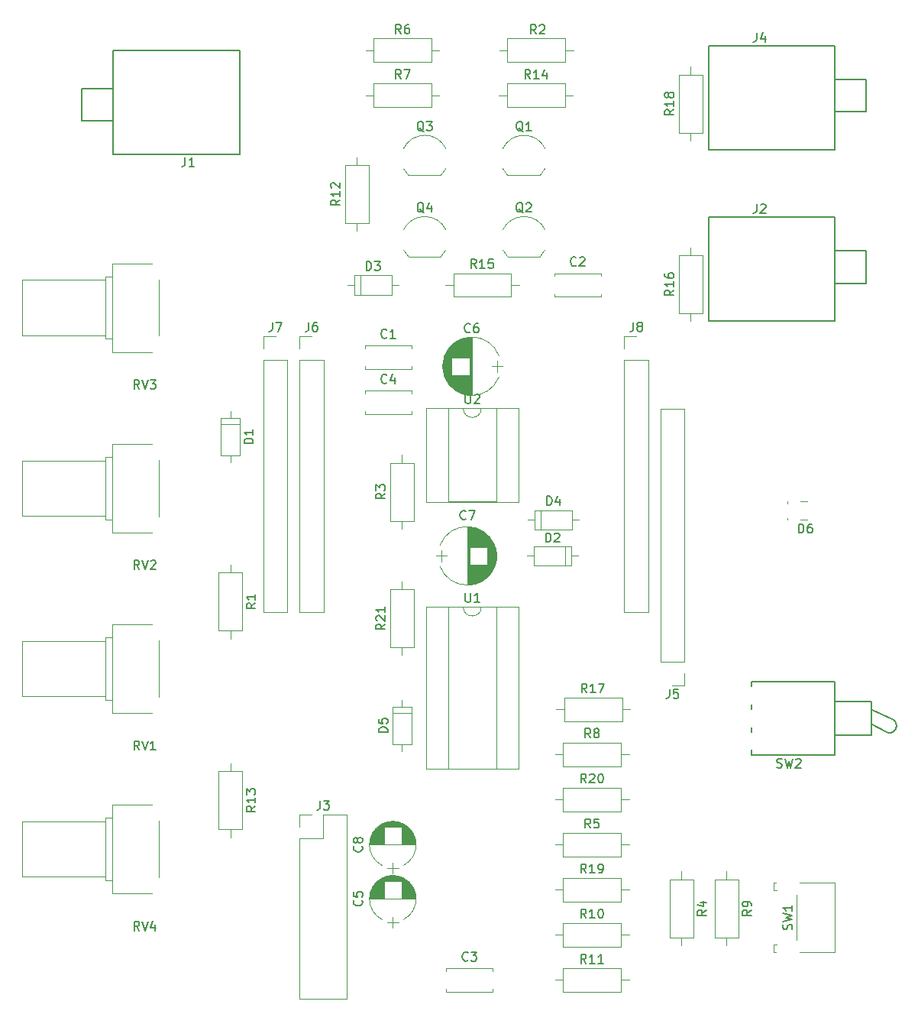
<source format=gbr>
G04 #@! TF.GenerationSoftware,KiCad,Pcbnew,9.0.0*
G04 #@! TF.CreationDate,2025-02-23T15:55:49-07:00*
G04 #@! TF.ProjectId,ADSR_Envelope_THT,41445352-5f45-46e7-9665-6c6f70655f54,rev?*
G04 #@! TF.SameCoordinates,Original*
G04 #@! TF.FileFunction,Legend,Top*
G04 #@! TF.FilePolarity,Positive*
%FSLAX46Y46*%
G04 Gerber Fmt 4.6, Leading zero omitted, Abs format (unit mm)*
G04 Created by KiCad (PCBNEW 9.0.0) date 2025-02-23 15:55:49*
%MOMM*%
%LPD*%
G01*
G04 APERTURE LIST*
%ADD10C,0.150000*%
%ADD11C,0.120000*%
G04 APERTURE END LIST*
D10*
X51333333Y-27799580D02*
X51285714Y-27847200D01*
X51285714Y-27847200D02*
X51142857Y-27894819D01*
X51142857Y-27894819D02*
X51047619Y-27894819D01*
X51047619Y-27894819D02*
X50904762Y-27847200D01*
X50904762Y-27847200D02*
X50809524Y-27751961D01*
X50809524Y-27751961D02*
X50761905Y-27656723D01*
X50761905Y-27656723D02*
X50714286Y-27466247D01*
X50714286Y-27466247D02*
X50714286Y-27323390D01*
X50714286Y-27323390D02*
X50761905Y-27132914D01*
X50761905Y-27132914D02*
X50809524Y-27037676D01*
X50809524Y-27037676D02*
X50904762Y-26942438D01*
X50904762Y-26942438D02*
X51047619Y-26894819D01*
X51047619Y-26894819D02*
X51142857Y-26894819D01*
X51142857Y-26894819D02*
X51285714Y-26942438D01*
X51285714Y-26942438D02*
X51333333Y-26990057D01*
X51714286Y-26990057D02*
X51761905Y-26942438D01*
X51761905Y-26942438D02*
X51857143Y-26894819D01*
X51857143Y-26894819D02*
X52095238Y-26894819D01*
X52095238Y-26894819D02*
X52190476Y-26942438D01*
X52190476Y-26942438D02*
X52238095Y-26990057D01*
X52238095Y-26990057D02*
X52285714Y-27085295D01*
X52285714Y-27085295D02*
X52285714Y-27180533D01*
X52285714Y-27180533D02*
X52238095Y-27323390D01*
X52238095Y-27323390D02*
X51666667Y-27894819D01*
X51666667Y-27894819D02*
X52285714Y-27894819D01*
X39333333Y-104799580D02*
X39285714Y-104847200D01*
X39285714Y-104847200D02*
X39142857Y-104894819D01*
X39142857Y-104894819D02*
X39047619Y-104894819D01*
X39047619Y-104894819D02*
X38904762Y-104847200D01*
X38904762Y-104847200D02*
X38809524Y-104751961D01*
X38809524Y-104751961D02*
X38761905Y-104656723D01*
X38761905Y-104656723D02*
X38714286Y-104466247D01*
X38714286Y-104466247D02*
X38714286Y-104323390D01*
X38714286Y-104323390D02*
X38761905Y-104132914D01*
X38761905Y-104132914D02*
X38809524Y-104037676D01*
X38809524Y-104037676D02*
X38904762Y-103942438D01*
X38904762Y-103942438D02*
X39047619Y-103894819D01*
X39047619Y-103894819D02*
X39142857Y-103894819D01*
X39142857Y-103894819D02*
X39285714Y-103942438D01*
X39285714Y-103942438D02*
X39333333Y-103990057D01*
X39666667Y-103894819D02*
X40285714Y-103894819D01*
X40285714Y-103894819D02*
X39952381Y-104275771D01*
X39952381Y-104275771D02*
X40095238Y-104275771D01*
X40095238Y-104275771D02*
X40190476Y-104323390D01*
X40190476Y-104323390D02*
X40238095Y-104371009D01*
X40238095Y-104371009D02*
X40285714Y-104466247D01*
X40285714Y-104466247D02*
X40285714Y-104704342D01*
X40285714Y-104704342D02*
X40238095Y-104799580D01*
X40238095Y-104799580D02*
X40190476Y-104847200D01*
X40190476Y-104847200D02*
X40095238Y-104894819D01*
X40095238Y-104894819D02*
X39809524Y-104894819D01*
X39809524Y-104894819D02*
X39714286Y-104847200D01*
X39714286Y-104847200D02*
X39666667Y-104799580D01*
X30333333Y-40799580D02*
X30285714Y-40847200D01*
X30285714Y-40847200D02*
X30142857Y-40894819D01*
X30142857Y-40894819D02*
X30047619Y-40894819D01*
X30047619Y-40894819D02*
X29904762Y-40847200D01*
X29904762Y-40847200D02*
X29809524Y-40751961D01*
X29809524Y-40751961D02*
X29761905Y-40656723D01*
X29761905Y-40656723D02*
X29714286Y-40466247D01*
X29714286Y-40466247D02*
X29714286Y-40323390D01*
X29714286Y-40323390D02*
X29761905Y-40132914D01*
X29761905Y-40132914D02*
X29809524Y-40037676D01*
X29809524Y-40037676D02*
X29904762Y-39942438D01*
X29904762Y-39942438D02*
X30047619Y-39894819D01*
X30047619Y-39894819D02*
X30142857Y-39894819D01*
X30142857Y-39894819D02*
X30285714Y-39942438D01*
X30285714Y-39942438D02*
X30333333Y-39990057D01*
X31190476Y-40228152D02*
X31190476Y-40894819D01*
X30952381Y-39847200D02*
X30714286Y-40561485D01*
X30714286Y-40561485D02*
X31333333Y-40561485D01*
X39583333Y-35168580D02*
X39535714Y-35216200D01*
X39535714Y-35216200D02*
X39392857Y-35263819D01*
X39392857Y-35263819D02*
X39297619Y-35263819D01*
X39297619Y-35263819D02*
X39154762Y-35216200D01*
X39154762Y-35216200D02*
X39059524Y-35120961D01*
X39059524Y-35120961D02*
X39011905Y-35025723D01*
X39011905Y-35025723D02*
X38964286Y-34835247D01*
X38964286Y-34835247D02*
X38964286Y-34692390D01*
X38964286Y-34692390D02*
X39011905Y-34501914D01*
X39011905Y-34501914D02*
X39059524Y-34406676D01*
X39059524Y-34406676D02*
X39154762Y-34311438D01*
X39154762Y-34311438D02*
X39297619Y-34263819D01*
X39297619Y-34263819D02*
X39392857Y-34263819D01*
X39392857Y-34263819D02*
X39535714Y-34311438D01*
X39535714Y-34311438D02*
X39583333Y-34359057D01*
X40440476Y-34263819D02*
X40250000Y-34263819D01*
X40250000Y-34263819D02*
X40154762Y-34311438D01*
X40154762Y-34311438D02*
X40107143Y-34359057D01*
X40107143Y-34359057D02*
X40011905Y-34501914D01*
X40011905Y-34501914D02*
X39964286Y-34692390D01*
X39964286Y-34692390D02*
X39964286Y-35073342D01*
X39964286Y-35073342D02*
X40011905Y-35168580D01*
X40011905Y-35168580D02*
X40059524Y-35216200D01*
X40059524Y-35216200D02*
X40154762Y-35263819D01*
X40154762Y-35263819D02*
X40345238Y-35263819D01*
X40345238Y-35263819D02*
X40440476Y-35216200D01*
X40440476Y-35216200D02*
X40488095Y-35168580D01*
X40488095Y-35168580D02*
X40535714Y-35073342D01*
X40535714Y-35073342D02*
X40535714Y-34835247D01*
X40535714Y-34835247D02*
X40488095Y-34740009D01*
X40488095Y-34740009D02*
X40440476Y-34692390D01*
X40440476Y-34692390D02*
X40345238Y-34644771D01*
X40345238Y-34644771D02*
X40154762Y-34644771D01*
X40154762Y-34644771D02*
X40059524Y-34692390D01*
X40059524Y-34692390D02*
X40011905Y-34740009D01*
X40011905Y-34740009D02*
X39964286Y-34835247D01*
X39083333Y-55899580D02*
X39035714Y-55947200D01*
X39035714Y-55947200D02*
X38892857Y-55994819D01*
X38892857Y-55994819D02*
X38797619Y-55994819D01*
X38797619Y-55994819D02*
X38654762Y-55947200D01*
X38654762Y-55947200D02*
X38559524Y-55851961D01*
X38559524Y-55851961D02*
X38511905Y-55756723D01*
X38511905Y-55756723D02*
X38464286Y-55566247D01*
X38464286Y-55566247D02*
X38464286Y-55423390D01*
X38464286Y-55423390D02*
X38511905Y-55232914D01*
X38511905Y-55232914D02*
X38559524Y-55137676D01*
X38559524Y-55137676D02*
X38654762Y-55042438D01*
X38654762Y-55042438D02*
X38797619Y-54994819D01*
X38797619Y-54994819D02*
X38892857Y-54994819D01*
X38892857Y-54994819D02*
X39035714Y-55042438D01*
X39035714Y-55042438D02*
X39083333Y-55090057D01*
X39416667Y-54994819D02*
X40083333Y-54994819D01*
X40083333Y-54994819D02*
X39654762Y-55994819D01*
X27549580Y-92166666D02*
X27597200Y-92214285D01*
X27597200Y-92214285D02*
X27644819Y-92357142D01*
X27644819Y-92357142D02*
X27644819Y-92452380D01*
X27644819Y-92452380D02*
X27597200Y-92595237D01*
X27597200Y-92595237D02*
X27501961Y-92690475D01*
X27501961Y-92690475D02*
X27406723Y-92738094D01*
X27406723Y-92738094D02*
X27216247Y-92785713D01*
X27216247Y-92785713D02*
X27073390Y-92785713D01*
X27073390Y-92785713D02*
X26882914Y-92738094D01*
X26882914Y-92738094D02*
X26787676Y-92690475D01*
X26787676Y-92690475D02*
X26692438Y-92595237D01*
X26692438Y-92595237D02*
X26644819Y-92452380D01*
X26644819Y-92452380D02*
X26644819Y-92357142D01*
X26644819Y-92357142D02*
X26692438Y-92214285D01*
X26692438Y-92214285D02*
X26740057Y-92166666D01*
X27073390Y-91595237D02*
X27025771Y-91690475D01*
X27025771Y-91690475D02*
X26978152Y-91738094D01*
X26978152Y-91738094D02*
X26882914Y-91785713D01*
X26882914Y-91785713D02*
X26835295Y-91785713D01*
X26835295Y-91785713D02*
X26740057Y-91738094D01*
X26740057Y-91738094D02*
X26692438Y-91690475D01*
X26692438Y-91690475D02*
X26644819Y-91595237D01*
X26644819Y-91595237D02*
X26644819Y-91404761D01*
X26644819Y-91404761D02*
X26692438Y-91309523D01*
X26692438Y-91309523D02*
X26740057Y-91261904D01*
X26740057Y-91261904D02*
X26835295Y-91214285D01*
X26835295Y-91214285D02*
X26882914Y-91214285D01*
X26882914Y-91214285D02*
X26978152Y-91261904D01*
X26978152Y-91261904D02*
X27025771Y-91309523D01*
X27025771Y-91309523D02*
X27073390Y-91404761D01*
X27073390Y-91404761D02*
X27073390Y-91595237D01*
X27073390Y-91595237D02*
X27121009Y-91690475D01*
X27121009Y-91690475D02*
X27168628Y-91738094D01*
X27168628Y-91738094D02*
X27263866Y-91785713D01*
X27263866Y-91785713D02*
X27454342Y-91785713D01*
X27454342Y-91785713D02*
X27549580Y-91738094D01*
X27549580Y-91738094D02*
X27597200Y-91690475D01*
X27597200Y-91690475D02*
X27644819Y-91595237D01*
X27644819Y-91595237D02*
X27644819Y-91404761D01*
X27644819Y-91404761D02*
X27597200Y-91309523D01*
X27597200Y-91309523D02*
X27549580Y-91261904D01*
X27549580Y-91261904D02*
X27454342Y-91214285D01*
X27454342Y-91214285D02*
X27263866Y-91214285D01*
X27263866Y-91214285D02*
X27168628Y-91261904D01*
X27168628Y-91261904D02*
X27121009Y-91309523D01*
X27121009Y-91309523D02*
X27073390Y-91404761D01*
X15514819Y-47548094D02*
X14514819Y-47548094D01*
X14514819Y-47548094D02*
X14514819Y-47309999D01*
X14514819Y-47309999D02*
X14562438Y-47167142D01*
X14562438Y-47167142D02*
X14657676Y-47071904D01*
X14657676Y-47071904D02*
X14752914Y-47024285D01*
X14752914Y-47024285D02*
X14943390Y-46976666D01*
X14943390Y-46976666D02*
X15086247Y-46976666D01*
X15086247Y-46976666D02*
X15276723Y-47024285D01*
X15276723Y-47024285D02*
X15371961Y-47071904D01*
X15371961Y-47071904D02*
X15467200Y-47167142D01*
X15467200Y-47167142D02*
X15514819Y-47309999D01*
X15514819Y-47309999D02*
X15514819Y-47548094D01*
X15514819Y-46024285D02*
X15514819Y-46595713D01*
X15514819Y-46309999D02*
X14514819Y-46309999D01*
X14514819Y-46309999D02*
X14657676Y-46405237D01*
X14657676Y-46405237D02*
X14752914Y-46500475D01*
X14752914Y-46500475D02*
X14800533Y-46595713D01*
X28071905Y-28394819D02*
X28071905Y-27394819D01*
X28071905Y-27394819D02*
X28310000Y-27394819D01*
X28310000Y-27394819D02*
X28452857Y-27442438D01*
X28452857Y-27442438D02*
X28548095Y-27537676D01*
X28548095Y-27537676D02*
X28595714Y-27632914D01*
X28595714Y-27632914D02*
X28643333Y-27823390D01*
X28643333Y-27823390D02*
X28643333Y-27966247D01*
X28643333Y-27966247D02*
X28595714Y-28156723D01*
X28595714Y-28156723D02*
X28548095Y-28251961D01*
X28548095Y-28251961D02*
X28452857Y-28347200D01*
X28452857Y-28347200D02*
X28310000Y-28394819D01*
X28310000Y-28394819D02*
X28071905Y-28394819D01*
X28976667Y-27394819D02*
X29595714Y-27394819D01*
X29595714Y-27394819D02*
X29262381Y-27775771D01*
X29262381Y-27775771D02*
X29405238Y-27775771D01*
X29405238Y-27775771D02*
X29500476Y-27823390D01*
X29500476Y-27823390D02*
X29548095Y-27871009D01*
X29548095Y-27871009D02*
X29595714Y-27966247D01*
X29595714Y-27966247D02*
X29595714Y-28204342D01*
X29595714Y-28204342D02*
X29548095Y-28299580D01*
X29548095Y-28299580D02*
X29500476Y-28347200D01*
X29500476Y-28347200D02*
X29405238Y-28394819D01*
X29405238Y-28394819D02*
X29119524Y-28394819D01*
X29119524Y-28394819D02*
X29024286Y-28347200D01*
X29024286Y-28347200D02*
X28976667Y-28299580D01*
X48071905Y-54394819D02*
X48071905Y-53394819D01*
X48071905Y-53394819D02*
X48310000Y-53394819D01*
X48310000Y-53394819D02*
X48452857Y-53442438D01*
X48452857Y-53442438D02*
X48548095Y-53537676D01*
X48548095Y-53537676D02*
X48595714Y-53632914D01*
X48595714Y-53632914D02*
X48643333Y-53823390D01*
X48643333Y-53823390D02*
X48643333Y-53966247D01*
X48643333Y-53966247D02*
X48595714Y-54156723D01*
X48595714Y-54156723D02*
X48548095Y-54251961D01*
X48548095Y-54251961D02*
X48452857Y-54347200D01*
X48452857Y-54347200D02*
X48310000Y-54394819D01*
X48310000Y-54394819D02*
X48071905Y-54394819D01*
X49500476Y-53728152D02*
X49500476Y-54394819D01*
X49262381Y-53347200D02*
X49024286Y-54061485D01*
X49024286Y-54061485D02*
X49643333Y-54061485D01*
X30426819Y-79548094D02*
X29426819Y-79548094D01*
X29426819Y-79548094D02*
X29426819Y-79309999D01*
X29426819Y-79309999D02*
X29474438Y-79167142D01*
X29474438Y-79167142D02*
X29569676Y-79071904D01*
X29569676Y-79071904D02*
X29664914Y-79024285D01*
X29664914Y-79024285D02*
X29855390Y-78976666D01*
X29855390Y-78976666D02*
X29998247Y-78976666D01*
X29998247Y-78976666D02*
X30188723Y-79024285D01*
X30188723Y-79024285D02*
X30283961Y-79071904D01*
X30283961Y-79071904D02*
X30379200Y-79167142D01*
X30379200Y-79167142D02*
X30426819Y-79309999D01*
X30426819Y-79309999D02*
X30426819Y-79548094D01*
X29426819Y-78071904D02*
X29426819Y-78548094D01*
X29426819Y-78548094D02*
X29903009Y-78595713D01*
X29903009Y-78595713D02*
X29855390Y-78548094D01*
X29855390Y-78548094D02*
X29807771Y-78452856D01*
X29807771Y-78452856D02*
X29807771Y-78214761D01*
X29807771Y-78214761D02*
X29855390Y-78119523D01*
X29855390Y-78119523D02*
X29903009Y-78071904D01*
X29903009Y-78071904D02*
X29998247Y-78024285D01*
X29998247Y-78024285D02*
X30236342Y-78024285D01*
X30236342Y-78024285D02*
X30331580Y-78071904D01*
X30331580Y-78071904D02*
X30379200Y-78119523D01*
X30379200Y-78119523D02*
X30426819Y-78214761D01*
X30426819Y-78214761D02*
X30426819Y-78452856D01*
X30426819Y-78452856D02*
X30379200Y-78548094D01*
X30379200Y-78548094D02*
X30331580Y-78595713D01*
X75991905Y-57464819D02*
X75991905Y-56464819D01*
X75991905Y-56464819D02*
X76230000Y-56464819D01*
X76230000Y-56464819D02*
X76372857Y-56512438D01*
X76372857Y-56512438D02*
X76468095Y-56607676D01*
X76468095Y-56607676D02*
X76515714Y-56702914D01*
X76515714Y-56702914D02*
X76563333Y-56893390D01*
X76563333Y-56893390D02*
X76563333Y-57036247D01*
X76563333Y-57036247D02*
X76515714Y-57226723D01*
X76515714Y-57226723D02*
X76468095Y-57321961D01*
X76468095Y-57321961D02*
X76372857Y-57417200D01*
X76372857Y-57417200D02*
X76230000Y-57464819D01*
X76230000Y-57464819D02*
X75991905Y-57464819D01*
X77420476Y-56464819D02*
X77230000Y-56464819D01*
X77230000Y-56464819D02*
X77134762Y-56512438D01*
X77134762Y-56512438D02*
X77087143Y-56560057D01*
X77087143Y-56560057D02*
X76991905Y-56702914D01*
X76991905Y-56702914D02*
X76944286Y-56893390D01*
X76944286Y-56893390D02*
X76944286Y-57274342D01*
X76944286Y-57274342D02*
X76991905Y-57369580D01*
X76991905Y-57369580D02*
X77039524Y-57417200D01*
X77039524Y-57417200D02*
X77134762Y-57464819D01*
X77134762Y-57464819D02*
X77325238Y-57464819D01*
X77325238Y-57464819D02*
X77420476Y-57417200D01*
X77420476Y-57417200D02*
X77468095Y-57369580D01*
X77468095Y-57369580D02*
X77515714Y-57274342D01*
X77515714Y-57274342D02*
X77515714Y-57036247D01*
X77515714Y-57036247D02*
X77468095Y-56941009D01*
X77468095Y-56941009D02*
X77420476Y-56893390D01*
X77420476Y-56893390D02*
X77325238Y-56845771D01*
X77325238Y-56845771D02*
X77134762Y-56845771D01*
X77134762Y-56845771D02*
X77039524Y-56893390D01*
X77039524Y-56893390D02*
X76991905Y-56941009D01*
X76991905Y-56941009D02*
X76944286Y-57036247D01*
X7985166Y-15868319D02*
X7985166Y-16582604D01*
X7985166Y-16582604D02*
X7937547Y-16725461D01*
X7937547Y-16725461D02*
X7842309Y-16820700D01*
X7842309Y-16820700D02*
X7699452Y-16868319D01*
X7699452Y-16868319D02*
X7604214Y-16868319D01*
X8985166Y-16868319D02*
X8413738Y-16868319D01*
X8699452Y-16868319D02*
X8699452Y-15868319D01*
X8699452Y-15868319D02*
X8604214Y-16011176D01*
X8604214Y-16011176D02*
X8508976Y-16106414D01*
X8508976Y-16106414D02*
X8413738Y-16154033D01*
X71348166Y-21041319D02*
X71348166Y-21755604D01*
X71348166Y-21755604D02*
X71300547Y-21898461D01*
X71300547Y-21898461D02*
X71205309Y-21993700D01*
X71205309Y-21993700D02*
X71062452Y-22041319D01*
X71062452Y-22041319D02*
X70967214Y-22041319D01*
X71776738Y-21136557D02*
X71824357Y-21088938D01*
X71824357Y-21088938D02*
X71919595Y-21041319D01*
X71919595Y-21041319D02*
X72157690Y-21041319D01*
X72157690Y-21041319D02*
X72252928Y-21088938D01*
X72252928Y-21088938D02*
X72300547Y-21136557D01*
X72300547Y-21136557D02*
X72348166Y-21231795D01*
X72348166Y-21231795D02*
X72348166Y-21327033D01*
X72348166Y-21327033D02*
X72300547Y-21469890D01*
X72300547Y-21469890D02*
X71729119Y-22041319D01*
X71729119Y-22041319D02*
X72348166Y-22041319D01*
X22936666Y-87124819D02*
X22936666Y-87839104D01*
X22936666Y-87839104D02*
X22889047Y-87981961D01*
X22889047Y-87981961D02*
X22793809Y-88077200D01*
X22793809Y-88077200D02*
X22650952Y-88124819D01*
X22650952Y-88124819D02*
X22555714Y-88124819D01*
X23317619Y-87124819D02*
X23936666Y-87124819D01*
X23936666Y-87124819D02*
X23603333Y-87505771D01*
X23603333Y-87505771D02*
X23746190Y-87505771D01*
X23746190Y-87505771D02*
X23841428Y-87553390D01*
X23841428Y-87553390D02*
X23889047Y-87601009D01*
X23889047Y-87601009D02*
X23936666Y-87696247D01*
X23936666Y-87696247D02*
X23936666Y-87934342D01*
X23936666Y-87934342D02*
X23889047Y-88029580D01*
X23889047Y-88029580D02*
X23841428Y-88077200D01*
X23841428Y-88077200D02*
X23746190Y-88124819D01*
X23746190Y-88124819D02*
X23460476Y-88124819D01*
X23460476Y-88124819D02*
X23365238Y-88077200D01*
X23365238Y-88077200D02*
X23317619Y-88029580D01*
X71348166Y-2041319D02*
X71348166Y-2755604D01*
X71348166Y-2755604D02*
X71300547Y-2898461D01*
X71300547Y-2898461D02*
X71205309Y-2993700D01*
X71205309Y-2993700D02*
X71062452Y-3041319D01*
X71062452Y-3041319D02*
X70967214Y-3041319D01*
X72252928Y-2374652D02*
X72252928Y-3041319D01*
X72014833Y-1993700D02*
X71776738Y-2707985D01*
X71776738Y-2707985D02*
X72395785Y-2707985D01*
X45444761Y-12990057D02*
X45349523Y-12942438D01*
X45349523Y-12942438D02*
X45254285Y-12847200D01*
X45254285Y-12847200D02*
X45111428Y-12704342D01*
X45111428Y-12704342D02*
X45016190Y-12656723D01*
X45016190Y-12656723D02*
X44920952Y-12656723D01*
X44968571Y-12894819D02*
X44873333Y-12847200D01*
X44873333Y-12847200D02*
X44778095Y-12751961D01*
X44778095Y-12751961D02*
X44730476Y-12561485D01*
X44730476Y-12561485D02*
X44730476Y-12228152D01*
X44730476Y-12228152D02*
X44778095Y-12037676D01*
X44778095Y-12037676D02*
X44873333Y-11942438D01*
X44873333Y-11942438D02*
X44968571Y-11894819D01*
X44968571Y-11894819D02*
X45159047Y-11894819D01*
X45159047Y-11894819D02*
X45254285Y-11942438D01*
X45254285Y-11942438D02*
X45349523Y-12037676D01*
X45349523Y-12037676D02*
X45397142Y-12228152D01*
X45397142Y-12228152D02*
X45397142Y-12561485D01*
X45397142Y-12561485D02*
X45349523Y-12751961D01*
X45349523Y-12751961D02*
X45254285Y-12847200D01*
X45254285Y-12847200D02*
X45159047Y-12894819D01*
X45159047Y-12894819D02*
X44968571Y-12894819D01*
X46349523Y-12894819D02*
X45778095Y-12894819D01*
X46063809Y-12894819D02*
X46063809Y-11894819D01*
X46063809Y-11894819D02*
X45968571Y-12037676D01*
X45968571Y-12037676D02*
X45873333Y-12132914D01*
X45873333Y-12132914D02*
X45778095Y-12180533D01*
X45444761Y-21990057D02*
X45349523Y-21942438D01*
X45349523Y-21942438D02*
X45254285Y-21847200D01*
X45254285Y-21847200D02*
X45111428Y-21704342D01*
X45111428Y-21704342D02*
X45016190Y-21656723D01*
X45016190Y-21656723D02*
X44920952Y-21656723D01*
X44968571Y-21894819D02*
X44873333Y-21847200D01*
X44873333Y-21847200D02*
X44778095Y-21751961D01*
X44778095Y-21751961D02*
X44730476Y-21561485D01*
X44730476Y-21561485D02*
X44730476Y-21228152D01*
X44730476Y-21228152D02*
X44778095Y-21037676D01*
X44778095Y-21037676D02*
X44873333Y-20942438D01*
X44873333Y-20942438D02*
X44968571Y-20894819D01*
X44968571Y-20894819D02*
X45159047Y-20894819D01*
X45159047Y-20894819D02*
X45254285Y-20942438D01*
X45254285Y-20942438D02*
X45349523Y-21037676D01*
X45349523Y-21037676D02*
X45397142Y-21228152D01*
X45397142Y-21228152D02*
X45397142Y-21561485D01*
X45397142Y-21561485D02*
X45349523Y-21751961D01*
X45349523Y-21751961D02*
X45254285Y-21847200D01*
X45254285Y-21847200D02*
X45159047Y-21894819D01*
X45159047Y-21894819D02*
X44968571Y-21894819D01*
X45778095Y-20990057D02*
X45825714Y-20942438D01*
X45825714Y-20942438D02*
X45920952Y-20894819D01*
X45920952Y-20894819D02*
X46159047Y-20894819D01*
X46159047Y-20894819D02*
X46254285Y-20942438D01*
X46254285Y-20942438D02*
X46301904Y-20990057D01*
X46301904Y-20990057D02*
X46349523Y-21085295D01*
X46349523Y-21085295D02*
X46349523Y-21180533D01*
X46349523Y-21180533D02*
X46301904Y-21323390D01*
X46301904Y-21323390D02*
X45730476Y-21894819D01*
X45730476Y-21894819D02*
X46349523Y-21894819D01*
X34444761Y-12990057D02*
X34349523Y-12942438D01*
X34349523Y-12942438D02*
X34254285Y-12847200D01*
X34254285Y-12847200D02*
X34111428Y-12704342D01*
X34111428Y-12704342D02*
X34016190Y-12656723D01*
X34016190Y-12656723D02*
X33920952Y-12656723D01*
X33968571Y-12894819D02*
X33873333Y-12847200D01*
X33873333Y-12847200D02*
X33778095Y-12751961D01*
X33778095Y-12751961D02*
X33730476Y-12561485D01*
X33730476Y-12561485D02*
X33730476Y-12228152D01*
X33730476Y-12228152D02*
X33778095Y-12037676D01*
X33778095Y-12037676D02*
X33873333Y-11942438D01*
X33873333Y-11942438D02*
X33968571Y-11894819D01*
X33968571Y-11894819D02*
X34159047Y-11894819D01*
X34159047Y-11894819D02*
X34254285Y-11942438D01*
X34254285Y-11942438D02*
X34349523Y-12037676D01*
X34349523Y-12037676D02*
X34397142Y-12228152D01*
X34397142Y-12228152D02*
X34397142Y-12561485D01*
X34397142Y-12561485D02*
X34349523Y-12751961D01*
X34349523Y-12751961D02*
X34254285Y-12847200D01*
X34254285Y-12847200D02*
X34159047Y-12894819D01*
X34159047Y-12894819D02*
X33968571Y-12894819D01*
X34730476Y-11894819D02*
X35349523Y-11894819D01*
X35349523Y-11894819D02*
X35016190Y-12275771D01*
X35016190Y-12275771D02*
X35159047Y-12275771D01*
X35159047Y-12275771D02*
X35254285Y-12323390D01*
X35254285Y-12323390D02*
X35301904Y-12371009D01*
X35301904Y-12371009D02*
X35349523Y-12466247D01*
X35349523Y-12466247D02*
X35349523Y-12704342D01*
X35349523Y-12704342D02*
X35301904Y-12799580D01*
X35301904Y-12799580D02*
X35254285Y-12847200D01*
X35254285Y-12847200D02*
X35159047Y-12894819D01*
X35159047Y-12894819D02*
X34873333Y-12894819D01*
X34873333Y-12894819D02*
X34778095Y-12847200D01*
X34778095Y-12847200D02*
X34730476Y-12799580D01*
X34444761Y-21990057D02*
X34349523Y-21942438D01*
X34349523Y-21942438D02*
X34254285Y-21847200D01*
X34254285Y-21847200D02*
X34111428Y-21704342D01*
X34111428Y-21704342D02*
X34016190Y-21656723D01*
X34016190Y-21656723D02*
X33920952Y-21656723D01*
X33968571Y-21894819D02*
X33873333Y-21847200D01*
X33873333Y-21847200D02*
X33778095Y-21751961D01*
X33778095Y-21751961D02*
X33730476Y-21561485D01*
X33730476Y-21561485D02*
X33730476Y-21228152D01*
X33730476Y-21228152D02*
X33778095Y-21037676D01*
X33778095Y-21037676D02*
X33873333Y-20942438D01*
X33873333Y-20942438D02*
X33968571Y-20894819D01*
X33968571Y-20894819D02*
X34159047Y-20894819D01*
X34159047Y-20894819D02*
X34254285Y-20942438D01*
X34254285Y-20942438D02*
X34349523Y-21037676D01*
X34349523Y-21037676D02*
X34397142Y-21228152D01*
X34397142Y-21228152D02*
X34397142Y-21561485D01*
X34397142Y-21561485D02*
X34349523Y-21751961D01*
X34349523Y-21751961D02*
X34254285Y-21847200D01*
X34254285Y-21847200D02*
X34159047Y-21894819D01*
X34159047Y-21894819D02*
X33968571Y-21894819D01*
X35254285Y-21228152D02*
X35254285Y-21894819D01*
X35016190Y-20847200D02*
X34778095Y-21561485D01*
X34778095Y-21561485D02*
X35397142Y-21561485D01*
X15764819Y-65246666D02*
X15288628Y-65579999D01*
X15764819Y-65818094D02*
X14764819Y-65818094D01*
X14764819Y-65818094D02*
X14764819Y-65437142D01*
X14764819Y-65437142D02*
X14812438Y-65341904D01*
X14812438Y-65341904D02*
X14860057Y-65294285D01*
X14860057Y-65294285D02*
X14955295Y-65246666D01*
X14955295Y-65246666D02*
X15098152Y-65246666D01*
X15098152Y-65246666D02*
X15193390Y-65294285D01*
X15193390Y-65294285D02*
X15241009Y-65341904D01*
X15241009Y-65341904D02*
X15288628Y-65437142D01*
X15288628Y-65437142D02*
X15288628Y-65818094D01*
X15764819Y-64294285D02*
X15764819Y-64865713D01*
X15764819Y-64579999D02*
X14764819Y-64579999D01*
X14764819Y-64579999D02*
X14907676Y-64675237D01*
X14907676Y-64675237D02*
X15002914Y-64770475D01*
X15002914Y-64770475D02*
X15050533Y-64865713D01*
X46880333Y-2168819D02*
X46547000Y-1692628D01*
X46308905Y-2168819D02*
X46308905Y-1168819D01*
X46308905Y-1168819D02*
X46689857Y-1168819D01*
X46689857Y-1168819D02*
X46785095Y-1216438D01*
X46785095Y-1216438D02*
X46832714Y-1264057D01*
X46832714Y-1264057D02*
X46880333Y-1359295D01*
X46880333Y-1359295D02*
X46880333Y-1502152D01*
X46880333Y-1502152D02*
X46832714Y-1597390D01*
X46832714Y-1597390D02*
X46785095Y-1645009D01*
X46785095Y-1645009D02*
X46689857Y-1692628D01*
X46689857Y-1692628D02*
X46308905Y-1692628D01*
X47261286Y-1264057D02*
X47308905Y-1216438D01*
X47308905Y-1216438D02*
X47404143Y-1168819D01*
X47404143Y-1168819D02*
X47642238Y-1168819D01*
X47642238Y-1168819D02*
X47737476Y-1216438D01*
X47737476Y-1216438D02*
X47785095Y-1264057D01*
X47785095Y-1264057D02*
X47832714Y-1359295D01*
X47832714Y-1359295D02*
X47832714Y-1454533D01*
X47832714Y-1454533D02*
X47785095Y-1597390D01*
X47785095Y-1597390D02*
X47213667Y-2168819D01*
X47213667Y-2168819D02*
X47832714Y-2168819D01*
X30144819Y-53086666D02*
X29668628Y-53419999D01*
X30144819Y-53658094D02*
X29144819Y-53658094D01*
X29144819Y-53658094D02*
X29144819Y-53277142D01*
X29144819Y-53277142D02*
X29192438Y-53181904D01*
X29192438Y-53181904D02*
X29240057Y-53134285D01*
X29240057Y-53134285D02*
X29335295Y-53086666D01*
X29335295Y-53086666D02*
X29478152Y-53086666D01*
X29478152Y-53086666D02*
X29573390Y-53134285D01*
X29573390Y-53134285D02*
X29621009Y-53181904D01*
X29621009Y-53181904D02*
X29668628Y-53277142D01*
X29668628Y-53277142D02*
X29668628Y-53658094D01*
X29144819Y-52753332D02*
X29144819Y-52134285D01*
X29144819Y-52134285D02*
X29525771Y-52467618D01*
X29525771Y-52467618D02*
X29525771Y-52324761D01*
X29525771Y-52324761D02*
X29573390Y-52229523D01*
X29573390Y-52229523D02*
X29621009Y-52181904D01*
X29621009Y-52181904D02*
X29716247Y-52134285D01*
X29716247Y-52134285D02*
X29954342Y-52134285D01*
X29954342Y-52134285D02*
X30049580Y-52181904D01*
X30049580Y-52181904D02*
X30097200Y-52229523D01*
X30097200Y-52229523D02*
X30144819Y-52324761D01*
X30144819Y-52324761D02*
X30144819Y-52610475D01*
X30144819Y-52610475D02*
X30097200Y-52705713D01*
X30097200Y-52705713D02*
X30049580Y-52753332D01*
X65764819Y-99246666D02*
X65288628Y-99579999D01*
X65764819Y-99818094D02*
X64764819Y-99818094D01*
X64764819Y-99818094D02*
X64764819Y-99437142D01*
X64764819Y-99437142D02*
X64812438Y-99341904D01*
X64812438Y-99341904D02*
X64860057Y-99294285D01*
X64860057Y-99294285D02*
X64955295Y-99246666D01*
X64955295Y-99246666D02*
X65098152Y-99246666D01*
X65098152Y-99246666D02*
X65193390Y-99294285D01*
X65193390Y-99294285D02*
X65241009Y-99341904D01*
X65241009Y-99341904D02*
X65288628Y-99437142D01*
X65288628Y-99437142D02*
X65288628Y-99818094D01*
X65098152Y-98389523D02*
X65764819Y-98389523D01*
X64717200Y-98627618D02*
X65431485Y-98865713D01*
X65431485Y-98865713D02*
X65431485Y-98246666D01*
X52913333Y-90144819D02*
X52580000Y-89668628D01*
X52341905Y-90144819D02*
X52341905Y-89144819D01*
X52341905Y-89144819D02*
X52722857Y-89144819D01*
X52722857Y-89144819D02*
X52818095Y-89192438D01*
X52818095Y-89192438D02*
X52865714Y-89240057D01*
X52865714Y-89240057D02*
X52913333Y-89335295D01*
X52913333Y-89335295D02*
X52913333Y-89478152D01*
X52913333Y-89478152D02*
X52865714Y-89573390D01*
X52865714Y-89573390D02*
X52818095Y-89621009D01*
X52818095Y-89621009D02*
X52722857Y-89668628D01*
X52722857Y-89668628D02*
X52341905Y-89668628D01*
X53818095Y-89144819D02*
X53341905Y-89144819D01*
X53341905Y-89144819D02*
X53294286Y-89621009D01*
X53294286Y-89621009D02*
X53341905Y-89573390D01*
X53341905Y-89573390D02*
X53437143Y-89525771D01*
X53437143Y-89525771D02*
X53675238Y-89525771D01*
X53675238Y-89525771D02*
X53770476Y-89573390D01*
X53770476Y-89573390D02*
X53818095Y-89621009D01*
X53818095Y-89621009D02*
X53865714Y-89716247D01*
X53865714Y-89716247D02*
X53865714Y-89954342D01*
X53865714Y-89954342D02*
X53818095Y-90049580D01*
X53818095Y-90049580D02*
X53770476Y-90097200D01*
X53770476Y-90097200D02*
X53675238Y-90144819D01*
X53675238Y-90144819D02*
X53437143Y-90144819D01*
X53437143Y-90144819D02*
X53341905Y-90097200D01*
X53341905Y-90097200D02*
X53294286Y-90049580D01*
X31913333Y-2144819D02*
X31580000Y-1668628D01*
X31341905Y-2144819D02*
X31341905Y-1144819D01*
X31341905Y-1144819D02*
X31722857Y-1144819D01*
X31722857Y-1144819D02*
X31818095Y-1192438D01*
X31818095Y-1192438D02*
X31865714Y-1240057D01*
X31865714Y-1240057D02*
X31913333Y-1335295D01*
X31913333Y-1335295D02*
X31913333Y-1478152D01*
X31913333Y-1478152D02*
X31865714Y-1573390D01*
X31865714Y-1573390D02*
X31818095Y-1621009D01*
X31818095Y-1621009D02*
X31722857Y-1668628D01*
X31722857Y-1668628D02*
X31341905Y-1668628D01*
X32770476Y-1144819D02*
X32580000Y-1144819D01*
X32580000Y-1144819D02*
X32484762Y-1192438D01*
X32484762Y-1192438D02*
X32437143Y-1240057D01*
X32437143Y-1240057D02*
X32341905Y-1382914D01*
X32341905Y-1382914D02*
X32294286Y-1573390D01*
X32294286Y-1573390D02*
X32294286Y-1954342D01*
X32294286Y-1954342D02*
X32341905Y-2049580D01*
X32341905Y-2049580D02*
X32389524Y-2097200D01*
X32389524Y-2097200D02*
X32484762Y-2144819D01*
X32484762Y-2144819D02*
X32675238Y-2144819D01*
X32675238Y-2144819D02*
X32770476Y-2097200D01*
X32770476Y-2097200D02*
X32818095Y-2049580D01*
X32818095Y-2049580D02*
X32865714Y-1954342D01*
X32865714Y-1954342D02*
X32865714Y-1716247D01*
X32865714Y-1716247D02*
X32818095Y-1621009D01*
X32818095Y-1621009D02*
X32770476Y-1573390D01*
X32770476Y-1573390D02*
X32675238Y-1525771D01*
X32675238Y-1525771D02*
X32484762Y-1525771D01*
X32484762Y-1525771D02*
X32389524Y-1573390D01*
X32389524Y-1573390D02*
X32341905Y-1621009D01*
X32341905Y-1621009D02*
X32294286Y-1716247D01*
X31913333Y-7144819D02*
X31580000Y-6668628D01*
X31341905Y-7144819D02*
X31341905Y-6144819D01*
X31341905Y-6144819D02*
X31722857Y-6144819D01*
X31722857Y-6144819D02*
X31818095Y-6192438D01*
X31818095Y-6192438D02*
X31865714Y-6240057D01*
X31865714Y-6240057D02*
X31913333Y-6335295D01*
X31913333Y-6335295D02*
X31913333Y-6478152D01*
X31913333Y-6478152D02*
X31865714Y-6573390D01*
X31865714Y-6573390D02*
X31818095Y-6621009D01*
X31818095Y-6621009D02*
X31722857Y-6668628D01*
X31722857Y-6668628D02*
X31341905Y-6668628D01*
X32246667Y-6144819D02*
X32913333Y-6144819D01*
X32913333Y-6144819D02*
X32484762Y-7144819D01*
X52913333Y-80144819D02*
X52580000Y-79668628D01*
X52341905Y-80144819D02*
X52341905Y-79144819D01*
X52341905Y-79144819D02*
X52722857Y-79144819D01*
X52722857Y-79144819D02*
X52818095Y-79192438D01*
X52818095Y-79192438D02*
X52865714Y-79240057D01*
X52865714Y-79240057D02*
X52913333Y-79335295D01*
X52913333Y-79335295D02*
X52913333Y-79478152D01*
X52913333Y-79478152D02*
X52865714Y-79573390D01*
X52865714Y-79573390D02*
X52818095Y-79621009D01*
X52818095Y-79621009D02*
X52722857Y-79668628D01*
X52722857Y-79668628D02*
X52341905Y-79668628D01*
X53484762Y-79573390D02*
X53389524Y-79525771D01*
X53389524Y-79525771D02*
X53341905Y-79478152D01*
X53341905Y-79478152D02*
X53294286Y-79382914D01*
X53294286Y-79382914D02*
X53294286Y-79335295D01*
X53294286Y-79335295D02*
X53341905Y-79240057D01*
X53341905Y-79240057D02*
X53389524Y-79192438D01*
X53389524Y-79192438D02*
X53484762Y-79144819D01*
X53484762Y-79144819D02*
X53675238Y-79144819D01*
X53675238Y-79144819D02*
X53770476Y-79192438D01*
X53770476Y-79192438D02*
X53818095Y-79240057D01*
X53818095Y-79240057D02*
X53865714Y-79335295D01*
X53865714Y-79335295D02*
X53865714Y-79382914D01*
X53865714Y-79382914D02*
X53818095Y-79478152D01*
X53818095Y-79478152D02*
X53770476Y-79525771D01*
X53770476Y-79525771D02*
X53675238Y-79573390D01*
X53675238Y-79573390D02*
X53484762Y-79573390D01*
X53484762Y-79573390D02*
X53389524Y-79621009D01*
X53389524Y-79621009D02*
X53341905Y-79668628D01*
X53341905Y-79668628D02*
X53294286Y-79763866D01*
X53294286Y-79763866D02*
X53294286Y-79954342D01*
X53294286Y-79954342D02*
X53341905Y-80049580D01*
X53341905Y-80049580D02*
X53389524Y-80097200D01*
X53389524Y-80097200D02*
X53484762Y-80144819D01*
X53484762Y-80144819D02*
X53675238Y-80144819D01*
X53675238Y-80144819D02*
X53770476Y-80097200D01*
X53770476Y-80097200D02*
X53818095Y-80049580D01*
X53818095Y-80049580D02*
X53865714Y-79954342D01*
X53865714Y-79954342D02*
X53865714Y-79763866D01*
X53865714Y-79763866D02*
X53818095Y-79668628D01*
X53818095Y-79668628D02*
X53770476Y-79621009D01*
X53770476Y-79621009D02*
X53675238Y-79573390D01*
X70764819Y-99246666D02*
X70288628Y-99579999D01*
X70764819Y-99818094D02*
X69764819Y-99818094D01*
X69764819Y-99818094D02*
X69764819Y-99437142D01*
X69764819Y-99437142D02*
X69812438Y-99341904D01*
X69812438Y-99341904D02*
X69860057Y-99294285D01*
X69860057Y-99294285D02*
X69955295Y-99246666D01*
X69955295Y-99246666D02*
X70098152Y-99246666D01*
X70098152Y-99246666D02*
X70193390Y-99294285D01*
X70193390Y-99294285D02*
X70241009Y-99341904D01*
X70241009Y-99341904D02*
X70288628Y-99437142D01*
X70288628Y-99437142D02*
X70288628Y-99818094D01*
X70764819Y-98770475D02*
X70764819Y-98579999D01*
X70764819Y-98579999D02*
X70717200Y-98484761D01*
X70717200Y-98484761D02*
X70669580Y-98437142D01*
X70669580Y-98437142D02*
X70526723Y-98341904D01*
X70526723Y-98341904D02*
X70336247Y-98294285D01*
X70336247Y-98294285D02*
X69955295Y-98294285D01*
X69955295Y-98294285D02*
X69860057Y-98341904D01*
X69860057Y-98341904D02*
X69812438Y-98389523D01*
X69812438Y-98389523D02*
X69764819Y-98484761D01*
X69764819Y-98484761D02*
X69764819Y-98675237D01*
X69764819Y-98675237D02*
X69812438Y-98770475D01*
X69812438Y-98770475D02*
X69860057Y-98818094D01*
X69860057Y-98818094D02*
X69955295Y-98865713D01*
X69955295Y-98865713D02*
X70193390Y-98865713D01*
X70193390Y-98865713D02*
X70288628Y-98818094D01*
X70288628Y-98818094D02*
X70336247Y-98770475D01*
X70336247Y-98770475D02*
X70383866Y-98675237D01*
X70383866Y-98675237D02*
X70383866Y-98484761D01*
X70383866Y-98484761D02*
X70336247Y-98389523D01*
X70336247Y-98389523D02*
X70288628Y-98341904D01*
X70288628Y-98341904D02*
X70193390Y-98294285D01*
X52437142Y-100144819D02*
X52103809Y-99668628D01*
X51865714Y-100144819D02*
X51865714Y-99144819D01*
X51865714Y-99144819D02*
X52246666Y-99144819D01*
X52246666Y-99144819D02*
X52341904Y-99192438D01*
X52341904Y-99192438D02*
X52389523Y-99240057D01*
X52389523Y-99240057D02*
X52437142Y-99335295D01*
X52437142Y-99335295D02*
X52437142Y-99478152D01*
X52437142Y-99478152D02*
X52389523Y-99573390D01*
X52389523Y-99573390D02*
X52341904Y-99621009D01*
X52341904Y-99621009D02*
X52246666Y-99668628D01*
X52246666Y-99668628D02*
X51865714Y-99668628D01*
X53389523Y-100144819D02*
X52818095Y-100144819D01*
X53103809Y-100144819D02*
X53103809Y-99144819D01*
X53103809Y-99144819D02*
X53008571Y-99287676D01*
X53008571Y-99287676D02*
X52913333Y-99382914D01*
X52913333Y-99382914D02*
X52818095Y-99430533D01*
X54008571Y-99144819D02*
X54103809Y-99144819D01*
X54103809Y-99144819D02*
X54199047Y-99192438D01*
X54199047Y-99192438D02*
X54246666Y-99240057D01*
X54246666Y-99240057D02*
X54294285Y-99335295D01*
X54294285Y-99335295D02*
X54341904Y-99525771D01*
X54341904Y-99525771D02*
X54341904Y-99763866D01*
X54341904Y-99763866D02*
X54294285Y-99954342D01*
X54294285Y-99954342D02*
X54246666Y-100049580D01*
X54246666Y-100049580D02*
X54199047Y-100097200D01*
X54199047Y-100097200D02*
X54103809Y-100144819D01*
X54103809Y-100144819D02*
X54008571Y-100144819D01*
X54008571Y-100144819D02*
X53913333Y-100097200D01*
X53913333Y-100097200D02*
X53865714Y-100049580D01*
X53865714Y-100049580D02*
X53818095Y-99954342D01*
X53818095Y-99954342D02*
X53770476Y-99763866D01*
X53770476Y-99763866D02*
X53770476Y-99525771D01*
X53770476Y-99525771D02*
X53818095Y-99335295D01*
X53818095Y-99335295D02*
X53865714Y-99240057D01*
X53865714Y-99240057D02*
X53913333Y-99192438D01*
X53913333Y-99192438D02*
X54008571Y-99144819D01*
X52437142Y-105144819D02*
X52103809Y-104668628D01*
X51865714Y-105144819D02*
X51865714Y-104144819D01*
X51865714Y-104144819D02*
X52246666Y-104144819D01*
X52246666Y-104144819D02*
X52341904Y-104192438D01*
X52341904Y-104192438D02*
X52389523Y-104240057D01*
X52389523Y-104240057D02*
X52437142Y-104335295D01*
X52437142Y-104335295D02*
X52437142Y-104478152D01*
X52437142Y-104478152D02*
X52389523Y-104573390D01*
X52389523Y-104573390D02*
X52341904Y-104621009D01*
X52341904Y-104621009D02*
X52246666Y-104668628D01*
X52246666Y-104668628D02*
X51865714Y-104668628D01*
X53389523Y-105144819D02*
X52818095Y-105144819D01*
X53103809Y-105144819D02*
X53103809Y-104144819D01*
X53103809Y-104144819D02*
X53008571Y-104287676D01*
X53008571Y-104287676D02*
X52913333Y-104382914D01*
X52913333Y-104382914D02*
X52818095Y-104430533D01*
X54341904Y-105144819D02*
X53770476Y-105144819D01*
X54056190Y-105144819D02*
X54056190Y-104144819D01*
X54056190Y-104144819D02*
X53960952Y-104287676D01*
X53960952Y-104287676D02*
X53865714Y-104382914D01*
X53865714Y-104382914D02*
X53770476Y-104430533D01*
X25144819Y-20562857D02*
X24668628Y-20896190D01*
X25144819Y-21134285D02*
X24144819Y-21134285D01*
X24144819Y-21134285D02*
X24144819Y-20753333D01*
X24144819Y-20753333D02*
X24192438Y-20658095D01*
X24192438Y-20658095D02*
X24240057Y-20610476D01*
X24240057Y-20610476D02*
X24335295Y-20562857D01*
X24335295Y-20562857D02*
X24478152Y-20562857D01*
X24478152Y-20562857D02*
X24573390Y-20610476D01*
X24573390Y-20610476D02*
X24621009Y-20658095D01*
X24621009Y-20658095D02*
X24668628Y-20753333D01*
X24668628Y-20753333D02*
X24668628Y-21134285D01*
X25144819Y-19610476D02*
X25144819Y-20181904D01*
X25144819Y-19896190D02*
X24144819Y-19896190D01*
X24144819Y-19896190D02*
X24287676Y-19991428D01*
X24287676Y-19991428D02*
X24382914Y-20086666D01*
X24382914Y-20086666D02*
X24430533Y-20181904D01*
X24240057Y-19229523D02*
X24192438Y-19181904D01*
X24192438Y-19181904D02*
X24144819Y-19086666D01*
X24144819Y-19086666D02*
X24144819Y-18848571D01*
X24144819Y-18848571D02*
X24192438Y-18753333D01*
X24192438Y-18753333D02*
X24240057Y-18705714D01*
X24240057Y-18705714D02*
X24335295Y-18658095D01*
X24335295Y-18658095D02*
X24430533Y-18658095D01*
X24430533Y-18658095D02*
X24573390Y-18705714D01*
X24573390Y-18705714D02*
X25144819Y-19277142D01*
X25144819Y-19277142D02*
X25144819Y-18658095D01*
X15764819Y-87722857D02*
X15288628Y-88056190D01*
X15764819Y-88294285D02*
X14764819Y-88294285D01*
X14764819Y-88294285D02*
X14764819Y-87913333D01*
X14764819Y-87913333D02*
X14812438Y-87818095D01*
X14812438Y-87818095D02*
X14860057Y-87770476D01*
X14860057Y-87770476D02*
X14955295Y-87722857D01*
X14955295Y-87722857D02*
X15098152Y-87722857D01*
X15098152Y-87722857D02*
X15193390Y-87770476D01*
X15193390Y-87770476D02*
X15241009Y-87818095D01*
X15241009Y-87818095D02*
X15288628Y-87913333D01*
X15288628Y-87913333D02*
X15288628Y-88294285D01*
X15764819Y-86770476D02*
X15764819Y-87341904D01*
X15764819Y-87056190D02*
X14764819Y-87056190D01*
X14764819Y-87056190D02*
X14907676Y-87151428D01*
X14907676Y-87151428D02*
X15002914Y-87246666D01*
X15002914Y-87246666D02*
X15050533Y-87341904D01*
X14764819Y-86437142D02*
X14764819Y-85818095D01*
X14764819Y-85818095D02*
X15145771Y-86151428D01*
X15145771Y-86151428D02*
X15145771Y-86008571D01*
X15145771Y-86008571D02*
X15193390Y-85913333D01*
X15193390Y-85913333D02*
X15241009Y-85865714D01*
X15241009Y-85865714D02*
X15336247Y-85818095D01*
X15336247Y-85818095D02*
X15574342Y-85818095D01*
X15574342Y-85818095D02*
X15669580Y-85865714D01*
X15669580Y-85865714D02*
X15717200Y-85913333D01*
X15717200Y-85913333D02*
X15764819Y-86008571D01*
X15764819Y-86008571D02*
X15764819Y-86294285D01*
X15764819Y-86294285D02*
X15717200Y-86389523D01*
X15717200Y-86389523D02*
X15669580Y-86437142D01*
X46237142Y-7144819D02*
X45903809Y-6668628D01*
X45665714Y-7144819D02*
X45665714Y-6144819D01*
X45665714Y-6144819D02*
X46046666Y-6144819D01*
X46046666Y-6144819D02*
X46141904Y-6192438D01*
X46141904Y-6192438D02*
X46189523Y-6240057D01*
X46189523Y-6240057D02*
X46237142Y-6335295D01*
X46237142Y-6335295D02*
X46237142Y-6478152D01*
X46237142Y-6478152D02*
X46189523Y-6573390D01*
X46189523Y-6573390D02*
X46141904Y-6621009D01*
X46141904Y-6621009D02*
X46046666Y-6668628D01*
X46046666Y-6668628D02*
X45665714Y-6668628D01*
X47189523Y-7144819D02*
X46618095Y-7144819D01*
X46903809Y-7144819D02*
X46903809Y-6144819D01*
X46903809Y-6144819D02*
X46808571Y-6287676D01*
X46808571Y-6287676D02*
X46713333Y-6382914D01*
X46713333Y-6382914D02*
X46618095Y-6430533D01*
X48046666Y-6478152D02*
X48046666Y-7144819D01*
X47808571Y-6097200D02*
X47570476Y-6811485D01*
X47570476Y-6811485D02*
X48189523Y-6811485D01*
X40251142Y-28140819D02*
X39917809Y-27664628D01*
X39679714Y-28140819D02*
X39679714Y-27140819D01*
X39679714Y-27140819D02*
X40060666Y-27140819D01*
X40060666Y-27140819D02*
X40155904Y-27188438D01*
X40155904Y-27188438D02*
X40203523Y-27236057D01*
X40203523Y-27236057D02*
X40251142Y-27331295D01*
X40251142Y-27331295D02*
X40251142Y-27474152D01*
X40251142Y-27474152D02*
X40203523Y-27569390D01*
X40203523Y-27569390D02*
X40155904Y-27617009D01*
X40155904Y-27617009D02*
X40060666Y-27664628D01*
X40060666Y-27664628D02*
X39679714Y-27664628D01*
X41203523Y-28140819D02*
X40632095Y-28140819D01*
X40917809Y-28140819D02*
X40917809Y-27140819D01*
X40917809Y-27140819D02*
X40822571Y-27283676D01*
X40822571Y-27283676D02*
X40727333Y-27378914D01*
X40727333Y-27378914D02*
X40632095Y-27426533D01*
X42108285Y-27140819D02*
X41632095Y-27140819D01*
X41632095Y-27140819D02*
X41584476Y-27617009D01*
X41584476Y-27617009D02*
X41632095Y-27569390D01*
X41632095Y-27569390D02*
X41727333Y-27521771D01*
X41727333Y-27521771D02*
X41965428Y-27521771D01*
X41965428Y-27521771D02*
X42060666Y-27569390D01*
X42060666Y-27569390D02*
X42108285Y-27617009D01*
X42108285Y-27617009D02*
X42155904Y-27712247D01*
X42155904Y-27712247D02*
X42155904Y-27950342D01*
X42155904Y-27950342D02*
X42108285Y-28045580D01*
X42108285Y-28045580D02*
X42060666Y-28093200D01*
X42060666Y-28093200D02*
X41965428Y-28140819D01*
X41965428Y-28140819D02*
X41727333Y-28140819D01*
X41727333Y-28140819D02*
X41632095Y-28093200D01*
X41632095Y-28093200D02*
X41584476Y-28045580D01*
X62144819Y-30562857D02*
X61668628Y-30896190D01*
X62144819Y-31134285D02*
X61144819Y-31134285D01*
X61144819Y-31134285D02*
X61144819Y-30753333D01*
X61144819Y-30753333D02*
X61192438Y-30658095D01*
X61192438Y-30658095D02*
X61240057Y-30610476D01*
X61240057Y-30610476D02*
X61335295Y-30562857D01*
X61335295Y-30562857D02*
X61478152Y-30562857D01*
X61478152Y-30562857D02*
X61573390Y-30610476D01*
X61573390Y-30610476D02*
X61621009Y-30658095D01*
X61621009Y-30658095D02*
X61668628Y-30753333D01*
X61668628Y-30753333D02*
X61668628Y-31134285D01*
X62144819Y-29610476D02*
X62144819Y-30181904D01*
X62144819Y-29896190D02*
X61144819Y-29896190D01*
X61144819Y-29896190D02*
X61287676Y-29991428D01*
X61287676Y-29991428D02*
X61382914Y-30086666D01*
X61382914Y-30086666D02*
X61430533Y-30181904D01*
X61144819Y-28753333D02*
X61144819Y-28943809D01*
X61144819Y-28943809D02*
X61192438Y-29039047D01*
X61192438Y-29039047D02*
X61240057Y-29086666D01*
X61240057Y-29086666D02*
X61382914Y-29181904D01*
X61382914Y-29181904D02*
X61573390Y-29229523D01*
X61573390Y-29229523D02*
X61954342Y-29229523D01*
X61954342Y-29229523D02*
X62049580Y-29181904D01*
X62049580Y-29181904D02*
X62097200Y-29134285D01*
X62097200Y-29134285D02*
X62144819Y-29039047D01*
X62144819Y-29039047D02*
X62144819Y-28848571D01*
X62144819Y-28848571D02*
X62097200Y-28753333D01*
X62097200Y-28753333D02*
X62049580Y-28705714D01*
X62049580Y-28705714D02*
X61954342Y-28658095D01*
X61954342Y-28658095D02*
X61716247Y-28658095D01*
X61716247Y-28658095D02*
X61621009Y-28705714D01*
X61621009Y-28705714D02*
X61573390Y-28753333D01*
X61573390Y-28753333D02*
X61525771Y-28848571D01*
X61525771Y-28848571D02*
X61525771Y-29039047D01*
X61525771Y-29039047D02*
X61573390Y-29134285D01*
X61573390Y-29134285D02*
X61621009Y-29181904D01*
X61621009Y-29181904D02*
X61716247Y-29229523D01*
X52513642Y-75168819D02*
X52180309Y-74692628D01*
X51942214Y-75168819D02*
X51942214Y-74168819D01*
X51942214Y-74168819D02*
X52323166Y-74168819D01*
X52323166Y-74168819D02*
X52418404Y-74216438D01*
X52418404Y-74216438D02*
X52466023Y-74264057D01*
X52466023Y-74264057D02*
X52513642Y-74359295D01*
X52513642Y-74359295D02*
X52513642Y-74502152D01*
X52513642Y-74502152D02*
X52466023Y-74597390D01*
X52466023Y-74597390D02*
X52418404Y-74645009D01*
X52418404Y-74645009D02*
X52323166Y-74692628D01*
X52323166Y-74692628D02*
X51942214Y-74692628D01*
X53466023Y-75168819D02*
X52894595Y-75168819D01*
X53180309Y-75168819D02*
X53180309Y-74168819D01*
X53180309Y-74168819D02*
X53085071Y-74311676D01*
X53085071Y-74311676D02*
X52989833Y-74406914D01*
X52989833Y-74406914D02*
X52894595Y-74454533D01*
X53799357Y-74168819D02*
X54466023Y-74168819D01*
X54466023Y-74168819D02*
X54037452Y-75168819D01*
X52437142Y-95144819D02*
X52103809Y-94668628D01*
X51865714Y-95144819D02*
X51865714Y-94144819D01*
X51865714Y-94144819D02*
X52246666Y-94144819D01*
X52246666Y-94144819D02*
X52341904Y-94192438D01*
X52341904Y-94192438D02*
X52389523Y-94240057D01*
X52389523Y-94240057D02*
X52437142Y-94335295D01*
X52437142Y-94335295D02*
X52437142Y-94478152D01*
X52437142Y-94478152D02*
X52389523Y-94573390D01*
X52389523Y-94573390D02*
X52341904Y-94621009D01*
X52341904Y-94621009D02*
X52246666Y-94668628D01*
X52246666Y-94668628D02*
X51865714Y-94668628D01*
X53389523Y-95144819D02*
X52818095Y-95144819D01*
X53103809Y-95144819D02*
X53103809Y-94144819D01*
X53103809Y-94144819D02*
X53008571Y-94287676D01*
X53008571Y-94287676D02*
X52913333Y-94382914D01*
X52913333Y-94382914D02*
X52818095Y-94430533D01*
X53865714Y-95144819D02*
X54056190Y-95144819D01*
X54056190Y-95144819D02*
X54151428Y-95097200D01*
X54151428Y-95097200D02*
X54199047Y-95049580D01*
X54199047Y-95049580D02*
X54294285Y-94906723D01*
X54294285Y-94906723D02*
X54341904Y-94716247D01*
X54341904Y-94716247D02*
X54341904Y-94335295D01*
X54341904Y-94335295D02*
X54294285Y-94240057D01*
X54294285Y-94240057D02*
X54246666Y-94192438D01*
X54246666Y-94192438D02*
X54151428Y-94144819D01*
X54151428Y-94144819D02*
X53960952Y-94144819D01*
X53960952Y-94144819D02*
X53865714Y-94192438D01*
X53865714Y-94192438D02*
X53818095Y-94240057D01*
X53818095Y-94240057D02*
X53770476Y-94335295D01*
X53770476Y-94335295D02*
X53770476Y-94573390D01*
X53770476Y-94573390D02*
X53818095Y-94668628D01*
X53818095Y-94668628D02*
X53865714Y-94716247D01*
X53865714Y-94716247D02*
X53960952Y-94763866D01*
X53960952Y-94763866D02*
X54151428Y-94763866D01*
X54151428Y-94763866D02*
X54246666Y-94716247D01*
X54246666Y-94716247D02*
X54294285Y-94668628D01*
X54294285Y-94668628D02*
X54341904Y-94573390D01*
X52437142Y-85144819D02*
X52103809Y-84668628D01*
X51865714Y-85144819D02*
X51865714Y-84144819D01*
X51865714Y-84144819D02*
X52246666Y-84144819D01*
X52246666Y-84144819D02*
X52341904Y-84192438D01*
X52341904Y-84192438D02*
X52389523Y-84240057D01*
X52389523Y-84240057D02*
X52437142Y-84335295D01*
X52437142Y-84335295D02*
X52437142Y-84478152D01*
X52437142Y-84478152D02*
X52389523Y-84573390D01*
X52389523Y-84573390D02*
X52341904Y-84621009D01*
X52341904Y-84621009D02*
X52246666Y-84668628D01*
X52246666Y-84668628D02*
X51865714Y-84668628D01*
X52818095Y-84240057D02*
X52865714Y-84192438D01*
X52865714Y-84192438D02*
X52960952Y-84144819D01*
X52960952Y-84144819D02*
X53199047Y-84144819D01*
X53199047Y-84144819D02*
X53294285Y-84192438D01*
X53294285Y-84192438D02*
X53341904Y-84240057D01*
X53341904Y-84240057D02*
X53389523Y-84335295D01*
X53389523Y-84335295D02*
X53389523Y-84430533D01*
X53389523Y-84430533D02*
X53341904Y-84573390D01*
X53341904Y-84573390D02*
X52770476Y-85144819D01*
X52770476Y-85144819D02*
X53389523Y-85144819D01*
X54008571Y-84144819D02*
X54103809Y-84144819D01*
X54103809Y-84144819D02*
X54199047Y-84192438D01*
X54199047Y-84192438D02*
X54246666Y-84240057D01*
X54246666Y-84240057D02*
X54294285Y-84335295D01*
X54294285Y-84335295D02*
X54341904Y-84525771D01*
X54341904Y-84525771D02*
X54341904Y-84763866D01*
X54341904Y-84763866D02*
X54294285Y-84954342D01*
X54294285Y-84954342D02*
X54246666Y-85049580D01*
X54246666Y-85049580D02*
X54199047Y-85097200D01*
X54199047Y-85097200D02*
X54103809Y-85144819D01*
X54103809Y-85144819D02*
X54008571Y-85144819D01*
X54008571Y-85144819D02*
X53913333Y-85097200D01*
X53913333Y-85097200D02*
X53865714Y-85049580D01*
X53865714Y-85049580D02*
X53818095Y-84954342D01*
X53818095Y-84954342D02*
X53770476Y-84763866D01*
X53770476Y-84763866D02*
X53770476Y-84525771D01*
X53770476Y-84525771D02*
X53818095Y-84335295D01*
X53818095Y-84335295D02*
X53865714Y-84240057D01*
X53865714Y-84240057D02*
X53913333Y-84192438D01*
X53913333Y-84192438D02*
X54008571Y-84144819D01*
X30144819Y-67562857D02*
X29668628Y-67896190D01*
X30144819Y-68134285D02*
X29144819Y-68134285D01*
X29144819Y-68134285D02*
X29144819Y-67753333D01*
X29144819Y-67753333D02*
X29192438Y-67658095D01*
X29192438Y-67658095D02*
X29240057Y-67610476D01*
X29240057Y-67610476D02*
X29335295Y-67562857D01*
X29335295Y-67562857D02*
X29478152Y-67562857D01*
X29478152Y-67562857D02*
X29573390Y-67610476D01*
X29573390Y-67610476D02*
X29621009Y-67658095D01*
X29621009Y-67658095D02*
X29668628Y-67753333D01*
X29668628Y-67753333D02*
X29668628Y-68134285D01*
X29240057Y-67181904D02*
X29192438Y-67134285D01*
X29192438Y-67134285D02*
X29144819Y-67039047D01*
X29144819Y-67039047D02*
X29144819Y-66800952D01*
X29144819Y-66800952D02*
X29192438Y-66705714D01*
X29192438Y-66705714D02*
X29240057Y-66658095D01*
X29240057Y-66658095D02*
X29335295Y-66610476D01*
X29335295Y-66610476D02*
X29430533Y-66610476D01*
X29430533Y-66610476D02*
X29573390Y-66658095D01*
X29573390Y-66658095D02*
X30144819Y-67229523D01*
X30144819Y-67229523D02*
X30144819Y-66610476D01*
X30144819Y-65658095D02*
X30144819Y-66229523D01*
X30144819Y-65943809D02*
X29144819Y-65943809D01*
X29144819Y-65943809D02*
X29287676Y-66039047D01*
X29287676Y-66039047D02*
X29382914Y-66134285D01*
X29382914Y-66134285D02*
X29430533Y-66229523D01*
X2904761Y-81504819D02*
X2571428Y-81028628D01*
X2333333Y-81504819D02*
X2333333Y-80504819D01*
X2333333Y-80504819D02*
X2714285Y-80504819D01*
X2714285Y-80504819D02*
X2809523Y-80552438D01*
X2809523Y-80552438D02*
X2857142Y-80600057D01*
X2857142Y-80600057D02*
X2904761Y-80695295D01*
X2904761Y-80695295D02*
X2904761Y-80838152D01*
X2904761Y-80838152D02*
X2857142Y-80933390D01*
X2857142Y-80933390D02*
X2809523Y-80981009D01*
X2809523Y-80981009D02*
X2714285Y-81028628D01*
X2714285Y-81028628D02*
X2333333Y-81028628D01*
X3190476Y-80504819D02*
X3523809Y-81504819D01*
X3523809Y-81504819D02*
X3857142Y-80504819D01*
X4714285Y-81504819D02*
X4142857Y-81504819D01*
X4428571Y-81504819D02*
X4428571Y-80504819D01*
X4428571Y-80504819D02*
X4333333Y-80647676D01*
X4333333Y-80647676D02*
X4238095Y-80742914D01*
X4238095Y-80742914D02*
X4142857Y-80790533D01*
X2904761Y-61504819D02*
X2571428Y-61028628D01*
X2333333Y-61504819D02*
X2333333Y-60504819D01*
X2333333Y-60504819D02*
X2714285Y-60504819D01*
X2714285Y-60504819D02*
X2809523Y-60552438D01*
X2809523Y-60552438D02*
X2857142Y-60600057D01*
X2857142Y-60600057D02*
X2904761Y-60695295D01*
X2904761Y-60695295D02*
X2904761Y-60838152D01*
X2904761Y-60838152D02*
X2857142Y-60933390D01*
X2857142Y-60933390D02*
X2809523Y-60981009D01*
X2809523Y-60981009D02*
X2714285Y-61028628D01*
X2714285Y-61028628D02*
X2333333Y-61028628D01*
X3190476Y-60504819D02*
X3523809Y-61504819D01*
X3523809Y-61504819D02*
X3857142Y-60504819D01*
X4142857Y-60600057D02*
X4190476Y-60552438D01*
X4190476Y-60552438D02*
X4285714Y-60504819D01*
X4285714Y-60504819D02*
X4523809Y-60504819D01*
X4523809Y-60504819D02*
X4619047Y-60552438D01*
X4619047Y-60552438D02*
X4666666Y-60600057D01*
X4666666Y-60600057D02*
X4714285Y-60695295D01*
X4714285Y-60695295D02*
X4714285Y-60790533D01*
X4714285Y-60790533D02*
X4666666Y-60933390D01*
X4666666Y-60933390D02*
X4095238Y-61504819D01*
X4095238Y-61504819D02*
X4714285Y-61504819D01*
X2904761Y-41504819D02*
X2571428Y-41028628D01*
X2333333Y-41504819D02*
X2333333Y-40504819D01*
X2333333Y-40504819D02*
X2714285Y-40504819D01*
X2714285Y-40504819D02*
X2809523Y-40552438D01*
X2809523Y-40552438D02*
X2857142Y-40600057D01*
X2857142Y-40600057D02*
X2904761Y-40695295D01*
X2904761Y-40695295D02*
X2904761Y-40838152D01*
X2904761Y-40838152D02*
X2857142Y-40933390D01*
X2857142Y-40933390D02*
X2809523Y-40981009D01*
X2809523Y-40981009D02*
X2714285Y-41028628D01*
X2714285Y-41028628D02*
X2333333Y-41028628D01*
X3190476Y-40504819D02*
X3523809Y-41504819D01*
X3523809Y-41504819D02*
X3857142Y-40504819D01*
X4095238Y-40504819D02*
X4714285Y-40504819D01*
X4714285Y-40504819D02*
X4380952Y-40885771D01*
X4380952Y-40885771D02*
X4523809Y-40885771D01*
X4523809Y-40885771D02*
X4619047Y-40933390D01*
X4619047Y-40933390D02*
X4666666Y-40981009D01*
X4666666Y-40981009D02*
X4714285Y-41076247D01*
X4714285Y-41076247D02*
X4714285Y-41314342D01*
X4714285Y-41314342D02*
X4666666Y-41409580D01*
X4666666Y-41409580D02*
X4619047Y-41457200D01*
X4619047Y-41457200D02*
X4523809Y-41504819D01*
X4523809Y-41504819D02*
X4238095Y-41504819D01*
X4238095Y-41504819D02*
X4142857Y-41457200D01*
X4142857Y-41457200D02*
X4095238Y-41409580D01*
X2904761Y-101504819D02*
X2571428Y-101028628D01*
X2333333Y-101504819D02*
X2333333Y-100504819D01*
X2333333Y-100504819D02*
X2714285Y-100504819D01*
X2714285Y-100504819D02*
X2809523Y-100552438D01*
X2809523Y-100552438D02*
X2857142Y-100600057D01*
X2857142Y-100600057D02*
X2904761Y-100695295D01*
X2904761Y-100695295D02*
X2904761Y-100838152D01*
X2904761Y-100838152D02*
X2857142Y-100933390D01*
X2857142Y-100933390D02*
X2809523Y-100981009D01*
X2809523Y-100981009D02*
X2714285Y-101028628D01*
X2714285Y-101028628D02*
X2333333Y-101028628D01*
X3190476Y-100504819D02*
X3523809Y-101504819D01*
X3523809Y-101504819D02*
X3857142Y-100504819D01*
X4619047Y-100838152D02*
X4619047Y-101504819D01*
X4380952Y-100457200D02*
X4142857Y-101171485D01*
X4142857Y-101171485D02*
X4761904Y-101171485D01*
X73586667Y-83423700D02*
X73729524Y-83471319D01*
X73729524Y-83471319D02*
X73967619Y-83471319D01*
X73967619Y-83471319D02*
X74062857Y-83423700D01*
X74062857Y-83423700D02*
X74110476Y-83376080D01*
X74110476Y-83376080D02*
X74158095Y-83280842D01*
X74158095Y-83280842D02*
X74158095Y-83185604D01*
X74158095Y-83185604D02*
X74110476Y-83090366D01*
X74110476Y-83090366D02*
X74062857Y-83042747D01*
X74062857Y-83042747D02*
X73967619Y-82995128D01*
X73967619Y-82995128D02*
X73777143Y-82947509D01*
X73777143Y-82947509D02*
X73681905Y-82899890D01*
X73681905Y-82899890D02*
X73634286Y-82852271D01*
X73634286Y-82852271D02*
X73586667Y-82757033D01*
X73586667Y-82757033D02*
X73586667Y-82661795D01*
X73586667Y-82661795D02*
X73634286Y-82566557D01*
X73634286Y-82566557D02*
X73681905Y-82518938D01*
X73681905Y-82518938D02*
X73777143Y-82471319D01*
X73777143Y-82471319D02*
X74015238Y-82471319D01*
X74015238Y-82471319D02*
X74158095Y-82518938D01*
X74491429Y-82471319D02*
X74729524Y-83471319D01*
X74729524Y-83471319D02*
X74920000Y-82757033D01*
X74920000Y-82757033D02*
X75110476Y-83471319D01*
X75110476Y-83471319D02*
X75348572Y-82471319D01*
X75681905Y-82566557D02*
X75729524Y-82518938D01*
X75729524Y-82518938D02*
X75824762Y-82471319D01*
X75824762Y-82471319D02*
X76062857Y-82471319D01*
X76062857Y-82471319D02*
X76158095Y-82518938D01*
X76158095Y-82518938D02*
X76205714Y-82566557D01*
X76205714Y-82566557D02*
X76253333Y-82661795D01*
X76253333Y-82661795D02*
X76253333Y-82757033D01*
X76253333Y-82757033D02*
X76205714Y-82899890D01*
X76205714Y-82899890D02*
X75634286Y-83471319D01*
X75634286Y-83471319D02*
X76253333Y-83471319D01*
X39048095Y-64124819D02*
X39048095Y-64934342D01*
X39048095Y-64934342D02*
X39095714Y-65029580D01*
X39095714Y-65029580D02*
X39143333Y-65077200D01*
X39143333Y-65077200D02*
X39238571Y-65124819D01*
X39238571Y-65124819D02*
X39429047Y-65124819D01*
X39429047Y-65124819D02*
X39524285Y-65077200D01*
X39524285Y-65077200D02*
X39571904Y-65029580D01*
X39571904Y-65029580D02*
X39619523Y-64934342D01*
X39619523Y-64934342D02*
X39619523Y-64124819D01*
X40619523Y-65124819D02*
X40048095Y-65124819D01*
X40333809Y-65124819D02*
X40333809Y-64124819D01*
X40333809Y-64124819D02*
X40238571Y-64267676D01*
X40238571Y-64267676D02*
X40143333Y-64362914D01*
X40143333Y-64362914D02*
X40048095Y-64410533D01*
X39048095Y-42124819D02*
X39048095Y-42934342D01*
X39048095Y-42934342D02*
X39095714Y-43029580D01*
X39095714Y-43029580D02*
X39143333Y-43077200D01*
X39143333Y-43077200D02*
X39238571Y-43124819D01*
X39238571Y-43124819D02*
X39429047Y-43124819D01*
X39429047Y-43124819D02*
X39524285Y-43077200D01*
X39524285Y-43077200D02*
X39571904Y-43029580D01*
X39571904Y-43029580D02*
X39619523Y-42934342D01*
X39619523Y-42934342D02*
X39619523Y-42124819D01*
X40048095Y-42220057D02*
X40095714Y-42172438D01*
X40095714Y-42172438D02*
X40190952Y-42124819D01*
X40190952Y-42124819D02*
X40429047Y-42124819D01*
X40429047Y-42124819D02*
X40524285Y-42172438D01*
X40524285Y-42172438D02*
X40571904Y-42220057D01*
X40571904Y-42220057D02*
X40619523Y-42315295D01*
X40619523Y-42315295D02*
X40619523Y-42410533D01*
X40619523Y-42410533D02*
X40571904Y-42553390D01*
X40571904Y-42553390D02*
X40000476Y-43124819D01*
X40000476Y-43124819D02*
X40619523Y-43124819D01*
X61666666Y-74784819D02*
X61666666Y-75499104D01*
X61666666Y-75499104D02*
X61619047Y-75641961D01*
X61619047Y-75641961D02*
X61523809Y-75737200D01*
X61523809Y-75737200D02*
X61380952Y-75784819D01*
X61380952Y-75784819D02*
X61285714Y-75784819D01*
X62619047Y-74784819D02*
X62142857Y-74784819D01*
X62142857Y-74784819D02*
X62095238Y-75261009D01*
X62095238Y-75261009D02*
X62142857Y-75213390D01*
X62142857Y-75213390D02*
X62238095Y-75165771D01*
X62238095Y-75165771D02*
X62476190Y-75165771D01*
X62476190Y-75165771D02*
X62571428Y-75213390D01*
X62571428Y-75213390D02*
X62619047Y-75261009D01*
X62619047Y-75261009D02*
X62666666Y-75356247D01*
X62666666Y-75356247D02*
X62666666Y-75594342D01*
X62666666Y-75594342D02*
X62619047Y-75689580D01*
X62619047Y-75689580D02*
X62571428Y-75737200D01*
X62571428Y-75737200D02*
X62476190Y-75784819D01*
X62476190Y-75784819D02*
X62238095Y-75784819D01*
X62238095Y-75784819D02*
X62142857Y-75737200D01*
X62142857Y-75737200D02*
X62095238Y-75689580D01*
X17666666Y-34124819D02*
X17666666Y-34839104D01*
X17666666Y-34839104D02*
X17619047Y-34981961D01*
X17619047Y-34981961D02*
X17523809Y-35077200D01*
X17523809Y-35077200D02*
X17380952Y-35124819D01*
X17380952Y-35124819D02*
X17285714Y-35124819D01*
X18047619Y-34124819D02*
X18714285Y-34124819D01*
X18714285Y-34124819D02*
X18285714Y-35124819D01*
X57666666Y-34124819D02*
X57666666Y-34839104D01*
X57666666Y-34839104D02*
X57619047Y-34981961D01*
X57619047Y-34981961D02*
X57523809Y-35077200D01*
X57523809Y-35077200D02*
X57380952Y-35124819D01*
X57380952Y-35124819D02*
X57285714Y-35124819D01*
X58285714Y-34553390D02*
X58190476Y-34505771D01*
X58190476Y-34505771D02*
X58142857Y-34458152D01*
X58142857Y-34458152D02*
X58095238Y-34362914D01*
X58095238Y-34362914D02*
X58095238Y-34315295D01*
X58095238Y-34315295D02*
X58142857Y-34220057D01*
X58142857Y-34220057D02*
X58190476Y-34172438D01*
X58190476Y-34172438D02*
X58285714Y-34124819D01*
X58285714Y-34124819D02*
X58476190Y-34124819D01*
X58476190Y-34124819D02*
X58571428Y-34172438D01*
X58571428Y-34172438D02*
X58619047Y-34220057D01*
X58619047Y-34220057D02*
X58666666Y-34315295D01*
X58666666Y-34315295D02*
X58666666Y-34362914D01*
X58666666Y-34362914D02*
X58619047Y-34458152D01*
X58619047Y-34458152D02*
X58571428Y-34505771D01*
X58571428Y-34505771D02*
X58476190Y-34553390D01*
X58476190Y-34553390D02*
X58285714Y-34553390D01*
X58285714Y-34553390D02*
X58190476Y-34601009D01*
X58190476Y-34601009D02*
X58142857Y-34648628D01*
X58142857Y-34648628D02*
X58095238Y-34743866D01*
X58095238Y-34743866D02*
X58095238Y-34934342D01*
X58095238Y-34934342D02*
X58142857Y-35029580D01*
X58142857Y-35029580D02*
X58190476Y-35077200D01*
X58190476Y-35077200D02*
X58285714Y-35124819D01*
X58285714Y-35124819D02*
X58476190Y-35124819D01*
X58476190Y-35124819D02*
X58571428Y-35077200D01*
X58571428Y-35077200D02*
X58619047Y-35029580D01*
X58619047Y-35029580D02*
X58666666Y-34934342D01*
X58666666Y-34934342D02*
X58666666Y-34743866D01*
X58666666Y-34743866D02*
X58619047Y-34648628D01*
X58619047Y-34648628D02*
X58571428Y-34601009D01*
X58571428Y-34601009D02*
X58476190Y-34553390D01*
X62144819Y-10562857D02*
X61668628Y-10896190D01*
X62144819Y-11134285D02*
X61144819Y-11134285D01*
X61144819Y-11134285D02*
X61144819Y-10753333D01*
X61144819Y-10753333D02*
X61192438Y-10658095D01*
X61192438Y-10658095D02*
X61240057Y-10610476D01*
X61240057Y-10610476D02*
X61335295Y-10562857D01*
X61335295Y-10562857D02*
X61478152Y-10562857D01*
X61478152Y-10562857D02*
X61573390Y-10610476D01*
X61573390Y-10610476D02*
X61621009Y-10658095D01*
X61621009Y-10658095D02*
X61668628Y-10753333D01*
X61668628Y-10753333D02*
X61668628Y-11134285D01*
X62144819Y-9610476D02*
X62144819Y-10181904D01*
X62144819Y-9896190D02*
X61144819Y-9896190D01*
X61144819Y-9896190D02*
X61287676Y-9991428D01*
X61287676Y-9991428D02*
X61382914Y-10086666D01*
X61382914Y-10086666D02*
X61430533Y-10181904D01*
X61573390Y-9039047D02*
X61525771Y-9134285D01*
X61525771Y-9134285D02*
X61478152Y-9181904D01*
X61478152Y-9181904D02*
X61382914Y-9229523D01*
X61382914Y-9229523D02*
X61335295Y-9229523D01*
X61335295Y-9229523D02*
X61240057Y-9181904D01*
X61240057Y-9181904D02*
X61192438Y-9134285D01*
X61192438Y-9134285D02*
X61144819Y-9039047D01*
X61144819Y-9039047D02*
X61144819Y-8848571D01*
X61144819Y-8848571D02*
X61192438Y-8753333D01*
X61192438Y-8753333D02*
X61240057Y-8705714D01*
X61240057Y-8705714D02*
X61335295Y-8658095D01*
X61335295Y-8658095D02*
X61382914Y-8658095D01*
X61382914Y-8658095D02*
X61478152Y-8705714D01*
X61478152Y-8705714D02*
X61525771Y-8753333D01*
X61525771Y-8753333D02*
X61573390Y-8848571D01*
X61573390Y-8848571D02*
X61573390Y-9039047D01*
X61573390Y-9039047D02*
X61621009Y-9134285D01*
X61621009Y-9134285D02*
X61668628Y-9181904D01*
X61668628Y-9181904D02*
X61763866Y-9229523D01*
X61763866Y-9229523D02*
X61954342Y-9229523D01*
X61954342Y-9229523D02*
X62049580Y-9181904D01*
X62049580Y-9181904D02*
X62097200Y-9134285D01*
X62097200Y-9134285D02*
X62144819Y-9039047D01*
X62144819Y-9039047D02*
X62144819Y-8848571D01*
X62144819Y-8848571D02*
X62097200Y-8753333D01*
X62097200Y-8753333D02*
X62049580Y-8705714D01*
X62049580Y-8705714D02*
X61954342Y-8658095D01*
X61954342Y-8658095D02*
X61763866Y-8658095D01*
X61763866Y-8658095D02*
X61668628Y-8705714D01*
X61668628Y-8705714D02*
X61621009Y-8753333D01*
X61621009Y-8753333D02*
X61573390Y-8848571D01*
X21666666Y-34124819D02*
X21666666Y-34839104D01*
X21666666Y-34839104D02*
X21619047Y-34981961D01*
X21619047Y-34981961D02*
X21523809Y-35077200D01*
X21523809Y-35077200D02*
X21380952Y-35124819D01*
X21380952Y-35124819D02*
X21285714Y-35124819D01*
X22571428Y-34124819D02*
X22380952Y-34124819D01*
X22380952Y-34124819D02*
X22285714Y-34172438D01*
X22285714Y-34172438D02*
X22238095Y-34220057D01*
X22238095Y-34220057D02*
X22142857Y-34362914D01*
X22142857Y-34362914D02*
X22095238Y-34553390D01*
X22095238Y-34553390D02*
X22095238Y-34934342D01*
X22095238Y-34934342D02*
X22142857Y-35029580D01*
X22142857Y-35029580D02*
X22190476Y-35077200D01*
X22190476Y-35077200D02*
X22285714Y-35124819D01*
X22285714Y-35124819D02*
X22476190Y-35124819D01*
X22476190Y-35124819D02*
X22571428Y-35077200D01*
X22571428Y-35077200D02*
X22619047Y-35029580D01*
X22619047Y-35029580D02*
X22666666Y-34934342D01*
X22666666Y-34934342D02*
X22666666Y-34696247D01*
X22666666Y-34696247D02*
X22619047Y-34601009D01*
X22619047Y-34601009D02*
X22571428Y-34553390D01*
X22571428Y-34553390D02*
X22476190Y-34505771D01*
X22476190Y-34505771D02*
X22285714Y-34505771D01*
X22285714Y-34505771D02*
X22190476Y-34553390D01*
X22190476Y-34553390D02*
X22142857Y-34601009D01*
X22142857Y-34601009D02*
X22095238Y-34696247D01*
X75214800Y-101398932D02*
X75262419Y-101256075D01*
X75262419Y-101256075D02*
X75262419Y-101017980D01*
X75262419Y-101017980D02*
X75214800Y-100922742D01*
X75214800Y-100922742D02*
X75167180Y-100875123D01*
X75167180Y-100875123D02*
X75071942Y-100827504D01*
X75071942Y-100827504D02*
X74976704Y-100827504D01*
X74976704Y-100827504D02*
X74881466Y-100875123D01*
X74881466Y-100875123D02*
X74833847Y-100922742D01*
X74833847Y-100922742D02*
X74786228Y-101017980D01*
X74786228Y-101017980D02*
X74738609Y-101208456D01*
X74738609Y-101208456D02*
X74690990Y-101303694D01*
X74690990Y-101303694D02*
X74643371Y-101351313D01*
X74643371Y-101351313D02*
X74548133Y-101398932D01*
X74548133Y-101398932D02*
X74452895Y-101398932D01*
X74452895Y-101398932D02*
X74357657Y-101351313D01*
X74357657Y-101351313D02*
X74310038Y-101303694D01*
X74310038Y-101303694D02*
X74262419Y-101208456D01*
X74262419Y-101208456D02*
X74262419Y-100970361D01*
X74262419Y-100970361D02*
X74310038Y-100827504D01*
X74262419Y-100494170D02*
X75262419Y-100256075D01*
X75262419Y-100256075D02*
X74548133Y-100065599D01*
X74548133Y-100065599D02*
X75262419Y-99875123D01*
X75262419Y-99875123D02*
X74262419Y-99637028D01*
X75262419Y-98732266D02*
X75262419Y-99303694D01*
X75262419Y-99017980D02*
X74262419Y-99017980D01*
X74262419Y-99017980D02*
X74405276Y-99113218D01*
X74405276Y-99113218D02*
X74500514Y-99208456D01*
X74500514Y-99208456D02*
X74548133Y-99303694D01*
X30333333Y-35799580D02*
X30285714Y-35847200D01*
X30285714Y-35847200D02*
X30142857Y-35894819D01*
X30142857Y-35894819D02*
X30047619Y-35894819D01*
X30047619Y-35894819D02*
X29904762Y-35847200D01*
X29904762Y-35847200D02*
X29809524Y-35751961D01*
X29809524Y-35751961D02*
X29761905Y-35656723D01*
X29761905Y-35656723D02*
X29714286Y-35466247D01*
X29714286Y-35466247D02*
X29714286Y-35323390D01*
X29714286Y-35323390D02*
X29761905Y-35132914D01*
X29761905Y-35132914D02*
X29809524Y-35037676D01*
X29809524Y-35037676D02*
X29904762Y-34942438D01*
X29904762Y-34942438D02*
X30047619Y-34894819D01*
X30047619Y-34894819D02*
X30142857Y-34894819D01*
X30142857Y-34894819D02*
X30285714Y-34942438D01*
X30285714Y-34942438D02*
X30333333Y-34990057D01*
X31285714Y-35894819D02*
X30714286Y-35894819D01*
X31000000Y-35894819D02*
X31000000Y-34894819D01*
X31000000Y-34894819D02*
X30904762Y-35037676D01*
X30904762Y-35037676D02*
X30809524Y-35132914D01*
X30809524Y-35132914D02*
X30714286Y-35180533D01*
X47951905Y-58486319D02*
X47951905Y-57486319D01*
X47951905Y-57486319D02*
X48190000Y-57486319D01*
X48190000Y-57486319D02*
X48332857Y-57533938D01*
X48332857Y-57533938D02*
X48428095Y-57629176D01*
X48428095Y-57629176D02*
X48475714Y-57724414D01*
X48475714Y-57724414D02*
X48523333Y-57914890D01*
X48523333Y-57914890D02*
X48523333Y-58057747D01*
X48523333Y-58057747D02*
X48475714Y-58248223D01*
X48475714Y-58248223D02*
X48428095Y-58343461D01*
X48428095Y-58343461D02*
X48332857Y-58438700D01*
X48332857Y-58438700D02*
X48190000Y-58486319D01*
X48190000Y-58486319D02*
X47951905Y-58486319D01*
X48904286Y-57581557D02*
X48951905Y-57533938D01*
X48951905Y-57533938D02*
X49047143Y-57486319D01*
X49047143Y-57486319D02*
X49285238Y-57486319D01*
X49285238Y-57486319D02*
X49380476Y-57533938D01*
X49380476Y-57533938D02*
X49428095Y-57581557D01*
X49428095Y-57581557D02*
X49475714Y-57676795D01*
X49475714Y-57676795D02*
X49475714Y-57772033D01*
X49475714Y-57772033D02*
X49428095Y-57914890D01*
X49428095Y-57914890D02*
X48856667Y-58486319D01*
X48856667Y-58486319D02*
X49475714Y-58486319D01*
X27549580Y-98166666D02*
X27597200Y-98214285D01*
X27597200Y-98214285D02*
X27644819Y-98357142D01*
X27644819Y-98357142D02*
X27644819Y-98452380D01*
X27644819Y-98452380D02*
X27597200Y-98595237D01*
X27597200Y-98595237D02*
X27501961Y-98690475D01*
X27501961Y-98690475D02*
X27406723Y-98738094D01*
X27406723Y-98738094D02*
X27216247Y-98785713D01*
X27216247Y-98785713D02*
X27073390Y-98785713D01*
X27073390Y-98785713D02*
X26882914Y-98738094D01*
X26882914Y-98738094D02*
X26787676Y-98690475D01*
X26787676Y-98690475D02*
X26692438Y-98595237D01*
X26692438Y-98595237D02*
X26644819Y-98452380D01*
X26644819Y-98452380D02*
X26644819Y-98357142D01*
X26644819Y-98357142D02*
X26692438Y-98214285D01*
X26692438Y-98214285D02*
X26740057Y-98166666D01*
X26644819Y-97261904D02*
X26644819Y-97738094D01*
X26644819Y-97738094D02*
X27121009Y-97785713D01*
X27121009Y-97785713D02*
X27073390Y-97738094D01*
X27073390Y-97738094D02*
X27025771Y-97642856D01*
X27025771Y-97642856D02*
X27025771Y-97404761D01*
X27025771Y-97404761D02*
X27073390Y-97309523D01*
X27073390Y-97309523D02*
X27121009Y-97261904D01*
X27121009Y-97261904D02*
X27216247Y-97214285D01*
X27216247Y-97214285D02*
X27454342Y-97214285D01*
X27454342Y-97214285D02*
X27549580Y-97261904D01*
X27549580Y-97261904D02*
X27597200Y-97309523D01*
X27597200Y-97309523D02*
X27644819Y-97404761D01*
X27644819Y-97404761D02*
X27644819Y-97642856D01*
X27644819Y-97642856D02*
X27597200Y-97738094D01*
X27597200Y-97738094D02*
X27549580Y-97785713D01*
D11*
X48940000Y-28690000D02*
X48940000Y-29004000D01*
X48940000Y-28690000D02*
X54060000Y-28690000D01*
X48940000Y-30996000D02*
X48940000Y-31310000D01*
X48940000Y-31310000D02*
X54060000Y-31310000D01*
X54060000Y-28690000D02*
X54060000Y-29004000D01*
X54060000Y-30996000D02*
X54060000Y-31310000D01*
X36940000Y-105690000D02*
X36940000Y-106004000D01*
X36940000Y-105690000D02*
X42060000Y-105690000D01*
X36940000Y-107996000D02*
X36940000Y-108310000D01*
X36940000Y-108310000D02*
X42060000Y-108310000D01*
X42060000Y-105690000D02*
X42060000Y-106004000D01*
X42060000Y-107996000D02*
X42060000Y-108310000D01*
X27940000Y-41690000D02*
X27940000Y-42004000D01*
X27940000Y-41690000D02*
X33060000Y-41690000D01*
X27940000Y-43996000D02*
X27940000Y-44310000D01*
X27940000Y-44310000D02*
X33060000Y-44310000D01*
X33060000Y-41690000D02*
X33060000Y-42004000D01*
X33060000Y-43996000D02*
X33060000Y-44310000D01*
X36549000Y-39468000D02*
X36549000Y-38532000D01*
X36589000Y-39676000D02*
X36589000Y-38324000D01*
X36629000Y-39834000D02*
X36629000Y-38166000D01*
X36669000Y-39966000D02*
X36669000Y-38034000D01*
X36709000Y-40081000D02*
X36709000Y-37919000D01*
X36749000Y-40184000D02*
X36749000Y-37816000D01*
X36789000Y-40278000D02*
X36789000Y-37722000D01*
X36829000Y-40364000D02*
X36829000Y-37636000D01*
X36869000Y-40445000D02*
X36869000Y-37555000D01*
X36909000Y-40520000D02*
X36909000Y-37480000D01*
X36949000Y-40591000D02*
X36949000Y-37409000D01*
X36989000Y-40658000D02*
X36989000Y-37342000D01*
X37029000Y-40721000D02*
X37029000Y-37279000D01*
X37069000Y-40781000D02*
X37069000Y-37219000D01*
X37109000Y-40839000D02*
X37109000Y-37161000D01*
X37149000Y-40894000D02*
X37149000Y-37106000D01*
X37189000Y-40946000D02*
X37189000Y-37054000D01*
X37229000Y-40997000D02*
X37229000Y-37003000D01*
X37269000Y-41045000D02*
X37269000Y-36955000D01*
X37309000Y-41092000D02*
X37309000Y-36908000D01*
X37349000Y-41137000D02*
X37349000Y-36863000D01*
X37389000Y-41180000D02*
X37389000Y-36820000D01*
X37429000Y-41222000D02*
X37429000Y-36778000D01*
X37469000Y-41262000D02*
X37469000Y-36738000D01*
X37509000Y-41301000D02*
X37509000Y-36699000D01*
X37549000Y-38020000D02*
X37549000Y-36661000D01*
X37549000Y-41339000D02*
X37549000Y-39980000D01*
X37589000Y-38020000D02*
X37589000Y-36625000D01*
X37589000Y-41375000D02*
X37589000Y-39980000D01*
X37629000Y-38020000D02*
X37629000Y-36589000D01*
X37629000Y-41411000D02*
X37629000Y-39980000D01*
X37669000Y-38020000D02*
X37669000Y-36555000D01*
X37669000Y-41445000D02*
X37669000Y-39980000D01*
X37709000Y-38020000D02*
X37709000Y-36522000D01*
X37709000Y-41478000D02*
X37709000Y-39980000D01*
X37749000Y-38020000D02*
X37749000Y-36490000D01*
X37749000Y-41510000D02*
X37749000Y-39980000D01*
X37789000Y-38020000D02*
X37789000Y-36460000D01*
X37789000Y-41540000D02*
X37789000Y-39980000D01*
X37829000Y-38020000D02*
X37829000Y-36430000D01*
X37829000Y-41570000D02*
X37829000Y-39980000D01*
X37869000Y-38020000D02*
X37869000Y-36401000D01*
X37869000Y-41599000D02*
X37869000Y-39980000D01*
X37909000Y-38020000D02*
X37909000Y-36373000D01*
X37909000Y-41627000D02*
X37909000Y-39980000D01*
X37949000Y-38020000D02*
X37949000Y-36346000D01*
X37949000Y-41654000D02*
X37949000Y-39980000D01*
X37989000Y-38020000D02*
X37989000Y-36319000D01*
X37989000Y-41681000D02*
X37989000Y-39980000D01*
X38029000Y-38020000D02*
X38029000Y-36294000D01*
X38029000Y-41706000D02*
X38029000Y-39980000D01*
X38069000Y-38020000D02*
X38069000Y-36269000D01*
X38069000Y-41731000D02*
X38069000Y-39980000D01*
X38109000Y-38020000D02*
X38109000Y-36245000D01*
X38109000Y-41755000D02*
X38109000Y-39980000D01*
X38149000Y-38020000D02*
X38149000Y-36222000D01*
X38149000Y-41778000D02*
X38149000Y-39980000D01*
X38189000Y-38020000D02*
X38189000Y-36200000D01*
X38189000Y-41800000D02*
X38189000Y-39980000D01*
X38229000Y-38020000D02*
X38229000Y-36178000D01*
X38229000Y-41822000D02*
X38229000Y-39980000D01*
X38269000Y-38020000D02*
X38269000Y-36157000D01*
X38269000Y-41843000D02*
X38269000Y-39980000D01*
X38309000Y-38020000D02*
X38309000Y-36137000D01*
X38309000Y-41863000D02*
X38309000Y-39980000D01*
X38349000Y-38020000D02*
X38349000Y-36118000D01*
X38349000Y-41882000D02*
X38349000Y-39980000D01*
X38389000Y-38020000D02*
X38389000Y-36099000D01*
X38389000Y-41901000D02*
X38389000Y-39980000D01*
X38429000Y-38020000D02*
X38429000Y-36081000D01*
X38429000Y-41919000D02*
X38429000Y-39980000D01*
X38469000Y-38020000D02*
X38469000Y-36063000D01*
X38469000Y-41937000D02*
X38469000Y-39980000D01*
X38509000Y-38020000D02*
X38509000Y-36046000D01*
X38509000Y-41954000D02*
X38509000Y-39980000D01*
X38549000Y-38020000D02*
X38549000Y-36030000D01*
X38549000Y-41970000D02*
X38549000Y-39980000D01*
X38589000Y-38020000D02*
X38589000Y-36014000D01*
X38589000Y-41986000D02*
X38589000Y-39980000D01*
X38629000Y-38020000D02*
X38629000Y-35999000D01*
X38629000Y-42001000D02*
X38629000Y-39980000D01*
X38669000Y-38020000D02*
X38669000Y-35985000D01*
X38669000Y-42015000D02*
X38669000Y-39980000D01*
X38709000Y-38020000D02*
X38709000Y-35971000D01*
X38709000Y-42029000D02*
X38709000Y-39980000D01*
X38749000Y-38020000D02*
X38749000Y-35958000D01*
X38749000Y-42042000D02*
X38749000Y-39980000D01*
X38789000Y-38020000D02*
X38789000Y-35945000D01*
X38789000Y-42055000D02*
X38789000Y-39980000D01*
X38829000Y-38020000D02*
X38829000Y-35933000D01*
X38829000Y-42067000D02*
X38829000Y-39980000D01*
X38869000Y-38020000D02*
X38869000Y-35921000D01*
X38869000Y-42079000D02*
X38869000Y-39980000D01*
X38909000Y-38020000D02*
X38909000Y-35910000D01*
X38909000Y-42090000D02*
X38909000Y-39980000D01*
X38949000Y-38020000D02*
X38949000Y-35900000D01*
X38949000Y-42100000D02*
X38949000Y-39980000D01*
X38989000Y-38020000D02*
X38989000Y-35890000D01*
X38989000Y-42110000D02*
X38989000Y-39980000D01*
X39029000Y-38020000D02*
X39029000Y-35881000D01*
X39029000Y-42119000D02*
X39029000Y-39980000D01*
X39070000Y-38020000D02*
X39070000Y-35872000D01*
X39070000Y-42128000D02*
X39070000Y-39980000D01*
X39110000Y-38020000D02*
X39110000Y-35863000D01*
X39110000Y-42137000D02*
X39110000Y-39980000D01*
X39150000Y-38020000D02*
X39150000Y-35856000D01*
X39150000Y-42144000D02*
X39150000Y-39980000D01*
X39190000Y-38020000D02*
X39190000Y-35848000D01*
X39190000Y-42152000D02*
X39190000Y-39980000D01*
X39230000Y-38020000D02*
X39230000Y-35842000D01*
X39230000Y-42158000D02*
X39230000Y-39980000D01*
X39270000Y-38020000D02*
X39270000Y-35835000D01*
X39270000Y-42165000D02*
X39270000Y-39980000D01*
X39310000Y-38020000D02*
X39310000Y-35830000D01*
X39310000Y-42170000D02*
X39310000Y-39980000D01*
X39350000Y-38020000D02*
X39350000Y-35824000D01*
X39350000Y-42176000D02*
X39350000Y-39980000D01*
X39390000Y-38020000D02*
X39390000Y-35820000D01*
X39390000Y-42180000D02*
X39390000Y-39980000D01*
X39430000Y-38020000D02*
X39430000Y-35815000D01*
X39430000Y-42185000D02*
X39430000Y-39980000D01*
X39470000Y-38020000D02*
X39470000Y-35812000D01*
X39470000Y-42188000D02*
X39470000Y-39980000D01*
X39510000Y-42192000D02*
X39510000Y-35808000D01*
X39550000Y-42194000D02*
X39550000Y-35806000D01*
X39590000Y-42197000D02*
X39590000Y-35803000D01*
X39630000Y-42198000D02*
X39630000Y-35802000D01*
X39670000Y-42200000D02*
X39670000Y-35800000D01*
X39710000Y-42200000D02*
X39710000Y-35800000D01*
X39750000Y-42200000D02*
X39750000Y-35800000D01*
X42600000Y-39650000D02*
X42600000Y-38350000D01*
X43200000Y-39000000D02*
X42000000Y-39000000D01*
X36732180Y-37820865D02*
G75*
G02*
X42767482Y-37820000I3017820J-1179135D01*
G01*
X36732518Y-40180000D02*
G75*
G02*
X36732180Y-37820865I3017482J1180000D01*
G01*
X42767482Y-40180000D02*
G75*
G02*
X36732180Y-40179135I-3017482J1180000D01*
G01*
X35800000Y-60000000D02*
X37000000Y-60000000D01*
X36400000Y-59350000D02*
X36400000Y-60650000D01*
X39250000Y-56800000D02*
X39250000Y-63200000D01*
X39290000Y-56800000D02*
X39290000Y-63200000D01*
X39330000Y-56800000D02*
X39330000Y-63200000D01*
X39370000Y-56802000D02*
X39370000Y-63198000D01*
X39410000Y-56803000D02*
X39410000Y-63197000D01*
X39450000Y-56806000D02*
X39450000Y-63194000D01*
X39490000Y-56808000D02*
X39490000Y-63192000D01*
X39530000Y-56812000D02*
X39530000Y-59020000D01*
X39530000Y-60980000D02*
X39530000Y-63188000D01*
X39570000Y-56815000D02*
X39570000Y-59020000D01*
X39570000Y-60980000D02*
X39570000Y-63185000D01*
X39610000Y-56820000D02*
X39610000Y-59020000D01*
X39610000Y-60980000D02*
X39610000Y-63180000D01*
X39650000Y-56824000D02*
X39650000Y-59020000D01*
X39650000Y-60980000D02*
X39650000Y-63176000D01*
X39690000Y-56830000D02*
X39690000Y-59020000D01*
X39690000Y-60980000D02*
X39690000Y-63170000D01*
X39730000Y-56835000D02*
X39730000Y-59020000D01*
X39730000Y-60980000D02*
X39730000Y-63165000D01*
X39770000Y-56842000D02*
X39770000Y-59020000D01*
X39770000Y-60980000D02*
X39770000Y-63158000D01*
X39810000Y-56848000D02*
X39810000Y-59020000D01*
X39810000Y-60980000D02*
X39810000Y-63152000D01*
X39850000Y-56856000D02*
X39850000Y-59020000D01*
X39850000Y-60980000D02*
X39850000Y-63144000D01*
X39890000Y-56863000D02*
X39890000Y-59020000D01*
X39890000Y-60980000D02*
X39890000Y-63137000D01*
X39930000Y-56872000D02*
X39930000Y-59020000D01*
X39930000Y-60980000D02*
X39930000Y-63128000D01*
X39971000Y-56881000D02*
X39971000Y-59020000D01*
X39971000Y-60980000D02*
X39971000Y-63119000D01*
X40011000Y-56890000D02*
X40011000Y-59020000D01*
X40011000Y-60980000D02*
X40011000Y-63110000D01*
X40051000Y-56900000D02*
X40051000Y-59020000D01*
X40051000Y-60980000D02*
X40051000Y-63100000D01*
X40091000Y-56910000D02*
X40091000Y-59020000D01*
X40091000Y-60980000D02*
X40091000Y-63090000D01*
X40131000Y-56921000D02*
X40131000Y-59020000D01*
X40131000Y-60980000D02*
X40131000Y-63079000D01*
X40171000Y-56933000D02*
X40171000Y-59020000D01*
X40171000Y-60980000D02*
X40171000Y-63067000D01*
X40211000Y-56945000D02*
X40211000Y-59020000D01*
X40211000Y-60980000D02*
X40211000Y-63055000D01*
X40251000Y-56958000D02*
X40251000Y-59020000D01*
X40251000Y-60980000D02*
X40251000Y-63042000D01*
X40291000Y-56971000D02*
X40291000Y-59020000D01*
X40291000Y-60980000D02*
X40291000Y-63029000D01*
X40331000Y-56985000D02*
X40331000Y-59020000D01*
X40331000Y-60980000D02*
X40331000Y-63015000D01*
X40371000Y-56999000D02*
X40371000Y-59020000D01*
X40371000Y-60980000D02*
X40371000Y-63001000D01*
X40411000Y-57014000D02*
X40411000Y-59020000D01*
X40411000Y-60980000D02*
X40411000Y-62986000D01*
X40451000Y-57030000D02*
X40451000Y-59020000D01*
X40451000Y-60980000D02*
X40451000Y-62970000D01*
X40491000Y-57046000D02*
X40491000Y-59020000D01*
X40491000Y-60980000D02*
X40491000Y-62954000D01*
X40531000Y-57063000D02*
X40531000Y-59020000D01*
X40531000Y-60980000D02*
X40531000Y-62937000D01*
X40571000Y-57081000D02*
X40571000Y-59020000D01*
X40571000Y-60980000D02*
X40571000Y-62919000D01*
X40611000Y-57099000D02*
X40611000Y-59020000D01*
X40611000Y-60980000D02*
X40611000Y-62901000D01*
X40651000Y-57118000D02*
X40651000Y-59020000D01*
X40651000Y-60980000D02*
X40651000Y-62882000D01*
X40691000Y-57137000D02*
X40691000Y-59020000D01*
X40691000Y-60980000D02*
X40691000Y-62863000D01*
X40731000Y-57157000D02*
X40731000Y-59020000D01*
X40731000Y-60980000D02*
X40731000Y-62843000D01*
X40771000Y-57178000D02*
X40771000Y-59020000D01*
X40771000Y-60980000D02*
X40771000Y-62822000D01*
X40811000Y-57200000D02*
X40811000Y-59020000D01*
X40811000Y-60980000D02*
X40811000Y-62800000D01*
X40851000Y-57222000D02*
X40851000Y-59020000D01*
X40851000Y-60980000D02*
X40851000Y-62778000D01*
X40891000Y-57245000D02*
X40891000Y-59020000D01*
X40891000Y-60980000D02*
X40891000Y-62755000D01*
X40931000Y-57269000D02*
X40931000Y-59020000D01*
X40931000Y-60980000D02*
X40931000Y-62731000D01*
X40971000Y-57294000D02*
X40971000Y-59020000D01*
X40971000Y-60980000D02*
X40971000Y-62706000D01*
X41011000Y-57319000D02*
X41011000Y-59020000D01*
X41011000Y-60980000D02*
X41011000Y-62681000D01*
X41051000Y-57346000D02*
X41051000Y-59020000D01*
X41051000Y-60980000D02*
X41051000Y-62654000D01*
X41091000Y-57373000D02*
X41091000Y-59020000D01*
X41091000Y-60980000D02*
X41091000Y-62627000D01*
X41131000Y-57401000D02*
X41131000Y-59020000D01*
X41131000Y-60980000D02*
X41131000Y-62599000D01*
X41171000Y-57430000D02*
X41171000Y-59020000D01*
X41171000Y-60980000D02*
X41171000Y-62570000D01*
X41211000Y-57460000D02*
X41211000Y-59020000D01*
X41211000Y-60980000D02*
X41211000Y-62540000D01*
X41251000Y-57490000D02*
X41251000Y-59020000D01*
X41251000Y-60980000D02*
X41251000Y-62510000D01*
X41291000Y-57522000D02*
X41291000Y-59020000D01*
X41291000Y-60980000D02*
X41291000Y-62478000D01*
X41331000Y-57555000D02*
X41331000Y-59020000D01*
X41331000Y-60980000D02*
X41331000Y-62445000D01*
X41371000Y-57589000D02*
X41371000Y-59020000D01*
X41371000Y-60980000D02*
X41371000Y-62411000D01*
X41411000Y-57625000D02*
X41411000Y-59020000D01*
X41411000Y-60980000D02*
X41411000Y-62375000D01*
X41451000Y-57661000D02*
X41451000Y-59020000D01*
X41451000Y-60980000D02*
X41451000Y-62339000D01*
X41491000Y-57699000D02*
X41491000Y-62301000D01*
X41531000Y-57738000D02*
X41531000Y-62262000D01*
X41571000Y-57778000D02*
X41571000Y-62222000D01*
X41611000Y-57820000D02*
X41611000Y-62180000D01*
X41651000Y-57863000D02*
X41651000Y-62137000D01*
X41691000Y-57908000D02*
X41691000Y-62092000D01*
X41731000Y-57955000D02*
X41731000Y-62045000D01*
X41771000Y-58003000D02*
X41771000Y-61997000D01*
X41811000Y-58054000D02*
X41811000Y-61946000D01*
X41851000Y-58106000D02*
X41851000Y-61894000D01*
X41891000Y-58161000D02*
X41891000Y-61839000D01*
X41931000Y-58219000D02*
X41931000Y-61781000D01*
X41971000Y-58279000D02*
X41971000Y-61721000D01*
X42011000Y-58342000D02*
X42011000Y-61658000D01*
X42051000Y-58409000D02*
X42051000Y-61591000D01*
X42091000Y-58480000D02*
X42091000Y-61520000D01*
X42131000Y-58555000D02*
X42131000Y-61445000D01*
X42171000Y-58636000D02*
X42171000Y-61364000D01*
X42211000Y-58722000D02*
X42211000Y-61278000D01*
X42251000Y-58816000D02*
X42251000Y-61184000D01*
X42291000Y-58919000D02*
X42291000Y-61081000D01*
X42331000Y-59034000D02*
X42331000Y-60966000D01*
X42371000Y-59166000D02*
X42371000Y-60834000D01*
X42411000Y-59324000D02*
X42411000Y-60676000D01*
X42451000Y-59532000D02*
X42451000Y-60468000D01*
X36232518Y-58820000D02*
G75*
G02*
X42267820Y-58820865I3017482J-1180000D01*
G01*
X42267482Y-58820000D02*
G75*
G02*
X42267820Y-61179135I-3017482J-1180000D01*
G01*
X42267820Y-61179135D02*
G75*
G02*
X36232518Y-61180000I-3017820J1179135D01*
G01*
X28450000Y-91960000D02*
X30020000Y-91960000D01*
X28450000Y-92000000D02*
X33550000Y-92000000D01*
X28451000Y-91920000D02*
X30020000Y-91920000D01*
X28452000Y-91880000D02*
X30020000Y-91880000D01*
X28454000Y-91840000D02*
X30020000Y-91840000D01*
X28457000Y-91800000D02*
X30020000Y-91800000D01*
X28461000Y-91760000D02*
X30020000Y-91760000D01*
X28465000Y-91720000D02*
X30020000Y-91720000D01*
X28469000Y-91680000D02*
X30020000Y-91680000D01*
X28475000Y-91640000D02*
X30020000Y-91640000D01*
X28481000Y-91600000D02*
X30020000Y-91600000D01*
X28487000Y-91560000D02*
X30020000Y-91560000D01*
X28494000Y-91520000D02*
X30020000Y-91520000D01*
X28502000Y-91480000D02*
X30020000Y-91480000D01*
X28511000Y-91440000D02*
X30020000Y-91440000D01*
X28520000Y-91400000D02*
X30020000Y-91400000D01*
X28530000Y-91360000D02*
X30020000Y-91360000D01*
X28540000Y-91320000D02*
X30020000Y-91320000D01*
X28552000Y-91279000D02*
X30020000Y-91279000D01*
X28564000Y-91239000D02*
X30020000Y-91239000D01*
X28576000Y-91199000D02*
X30020000Y-91199000D01*
X28590000Y-91159000D02*
X30020000Y-91159000D01*
X28604000Y-91119000D02*
X30020000Y-91119000D01*
X28618000Y-91079000D02*
X30020000Y-91079000D01*
X28634000Y-91039000D02*
X30020000Y-91039000D01*
X28650000Y-90999000D02*
X30020000Y-90999000D01*
X28667000Y-90959000D02*
X30020000Y-90959000D01*
X28685000Y-90919000D02*
X30020000Y-90919000D01*
X28704000Y-90879000D02*
X30020000Y-90879000D01*
X28724000Y-90839000D02*
X30020000Y-90839000D01*
X28744000Y-90799000D02*
X30020000Y-90799000D01*
X28766000Y-90759000D02*
X30020000Y-90759000D01*
X28788000Y-90719000D02*
X30020000Y-90719000D01*
X28811000Y-90679000D02*
X30020000Y-90679000D01*
X28835000Y-90639000D02*
X30020000Y-90639000D01*
X28860000Y-90599000D02*
X30020000Y-90599000D01*
X28887000Y-90559000D02*
X30020000Y-90559000D01*
X28914000Y-90519000D02*
X30020000Y-90519000D01*
X28942000Y-90479000D02*
X30020000Y-90479000D01*
X28972000Y-90439000D02*
X30020000Y-90439000D01*
X29003000Y-90399000D02*
X30020000Y-90399000D01*
X29035000Y-90359000D02*
X30020000Y-90359000D01*
X29068000Y-90319000D02*
X30020000Y-90319000D01*
X29103000Y-90279000D02*
X30020000Y-90279000D01*
X29139000Y-90239000D02*
X30020000Y-90239000D01*
X29177000Y-90199000D02*
X30020000Y-90199000D01*
X29217000Y-90159000D02*
X30020000Y-90159000D01*
X29258000Y-90119000D02*
X30020000Y-90119000D01*
X29301000Y-90079000D02*
X30020000Y-90079000D01*
X29346000Y-90039000D02*
X30020000Y-90039000D01*
X29394000Y-89999000D02*
X32606000Y-89999000D01*
X29444000Y-89959000D02*
X32556000Y-89959000D01*
X29496000Y-89919000D02*
X32504000Y-89919000D01*
X29552000Y-89879000D02*
X32448000Y-89879000D01*
X29610000Y-89839000D02*
X32390000Y-89839000D01*
X29673000Y-89799000D02*
X32327000Y-89799000D01*
X29739000Y-89759000D02*
X32261000Y-89759000D01*
X29811000Y-89719000D02*
X32189000Y-89719000D01*
X29888000Y-89679000D02*
X32112000Y-89679000D01*
X29972000Y-89639000D02*
X32028000Y-89639000D01*
X30066000Y-89599000D02*
X31934000Y-89599000D01*
X30171000Y-89559000D02*
X31829000Y-89559000D01*
X30293000Y-89519000D02*
X31707000Y-89519000D01*
X30350000Y-94600000D02*
X31650000Y-94600000D01*
X30441000Y-89479000D02*
X31559000Y-89479000D01*
X30646000Y-89439000D02*
X31354000Y-89439000D01*
X31000000Y-95200000D02*
X31000000Y-94000000D01*
X31980000Y-90039000D02*
X32654000Y-90039000D01*
X31980000Y-90079000D02*
X32699000Y-90079000D01*
X31980000Y-90119000D02*
X32742000Y-90119000D01*
X31980000Y-90159000D02*
X32783000Y-90159000D01*
X31980000Y-90199000D02*
X32823000Y-90199000D01*
X31980000Y-90239000D02*
X32861000Y-90239000D01*
X31980000Y-90279000D02*
X32897000Y-90279000D01*
X31980000Y-90319000D02*
X32932000Y-90319000D01*
X31980000Y-90359000D02*
X32965000Y-90359000D01*
X31980000Y-90399000D02*
X32997000Y-90399000D01*
X31980000Y-90439000D02*
X33028000Y-90439000D01*
X31980000Y-90479000D02*
X33058000Y-90479000D01*
X31980000Y-90519000D02*
X33086000Y-90519000D01*
X31980000Y-90559000D02*
X33113000Y-90559000D01*
X31980000Y-90599000D02*
X33140000Y-90599000D01*
X31980000Y-90639000D02*
X33165000Y-90639000D01*
X31980000Y-90679000D02*
X33189000Y-90679000D01*
X31980000Y-90719000D02*
X33212000Y-90719000D01*
X31980000Y-90759000D02*
X33234000Y-90759000D01*
X31980000Y-90799000D02*
X33256000Y-90799000D01*
X31980000Y-90839000D02*
X33276000Y-90839000D01*
X31980000Y-90879000D02*
X33296000Y-90879000D01*
X31980000Y-90919000D02*
X33315000Y-90919000D01*
X31980000Y-90959000D02*
X33333000Y-90959000D01*
X31980000Y-90999000D02*
X33350000Y-90999000D01*
X31980000Y-91039000D02*
X33366000Y-91039000D01*
X31980000Y-91079000D02*
X33382000Y-91079000D01*
X31980000Y-91119000D02*
X33396000Y-91119000D01*
X31980000Y-91159000D02*
X33410000Y-91159000D01*
X31980000Y-91199000D02*
X33424000Y-91199000D01*
X31980000Y-91239000D02*
X33436000Y-91239000D01*
X31980000Y-91279000D02*
X33448000Y-91279000D01*
X31980000Y-91320000D02*
X33460000Y-91320000D01*
X31980000Y-91360000D02*
X33470000Y-91360000D01*
X31980000Y-91400000D02*
X33480000Y-91400000D01*
X31980000Y-91440000D02*
X33489000Y-91440000D01*
X31980000Y-91480000D02*
X33498000Y-91480000D01*
X31980000Y-91520000D02*
X33506000Y-91520000D01*
X31980000Y-91560000D02*
X33513000Y-91560000D01*
X31980000Y-91600000D02*
X33519000Y-91600000D01*
X31980000Y-91640000D02*
X33525000Y-91640000D01*
X31980000Y-91680000D02*
X33531000Y-91680000D01*
X31980000Y-91720000D02*
X33535000Y-91720000D01*
X31980000Y-91760000D02*
X33539000Y-91760000D01*
X31980000Y-91800000D02*
X33543000Y-91800000D01*
X31980000Y-91840000D02*
X33546000Y-91840000D01*
X31980000Y-91880000D02*
X33548000Y-91880000D01*
X31980000Y-91920000D02*
X33549000Y-91920000D01*
X31980000Y-91960000D02*
X33550000Y-91960000D01*
X29820000Y-89694420D02*
G75*
G02*
X32179722Y-89694278I1180000J-2305580D01*
G01*
X29820000Y-94305580D02*
G75*
G02*
X29820278Y-89694278I1180000J2305580D01*
G01*
X32179722Y-89694278D02*
G75*
G02*
X32180000Y-94305580I-1179722J-2305722D01*
G01*
X11940000Y-44750000D02*
X11940000Y-48870000D01*
X11940000Y-48870000D02*
X14060000Y-48870000D01*
X13000000Y-43980000D02*
X13000000Y-44750000D01*
X13000000Y-49640000D02*
X13000000Y-48870000D01*
X14060000Y-44750000D02*
X11940000Y-44750000D01*
X14060000Y-45410000D02*
X11940000Y-45410000D01*
X14060000Y-48870000D02*
X14060000Y-44750000D01*
X25980000Y-30000000D02*
X26750000Y-30000000D01*
X26750000Y-28940000D02*
X26750000Y-31060000D01*
X26750000Y-31060000D02*
X30870000Y-31060000D01*
X27410000Y-28940000D02*
X27410000Y-31060000D01*
X30870000Y-28940000D02*
X26750000Y-28940000D01*
X30870000Y-31060000D02*
X30870000Y-28940000D01*
X31640000Y-30000000D02*
X30870000Y-30000000D01*
X45980000Y-56000000D02*
X46750000Y-56000000D01*
X46750000Y-54940000D02*
X46750000Y-57060000D01*
X46750000Y-57060000D02*
X50870000Y-57060000D01*
X47410000Y-54940000D02*
X47410000Y-57060000D01*
X50870000Y-54940000D02*
X46750000Y-54940000D01*
X50870000Y-57060000D02*
X50870000Y-54940000D01*
X51640000Y-56000000D02*
X50870000Y-56000000D01*
X30940000Y-76750000D02*
X30940000Y-80870000D01*
X30940000Y-80870000D02*
X33060000Y-80870000D01*
X32000000Y-75980000D02*
X32000000Y-76750000D01*
X32000000Y-81640000D02*
X32000000Y-80870000D01*
X33060000Y-76750000D02*
X30940000Y-76750000D01*
X33060000Y-77410000D02*
X30940000Y-77410000D01*
X33060000Y-80870000D02*
X33060000Y-76750000D01*
X74720000Y-54175000D02*
X74720000Y-53990000D01*
X74720000Y-56010000D02*
X74720000Y-55825000D01*
X74730000Y-53990000D02*
X74720000Y-53990000D01*
X74730000Y-56010000D02*
X74720000Y-56010000D01*
X76920000Y-53990000D02*
X76189000Y-53990000D01*
X76920000Y-56010000D02*
X76189000Y-56010000D01*
D10*
X-3500000Y-8200000D02*
X-3500000Y-11800000D01*
X0Y-4000000D02*
X14000000Y-4000000D01*
X0Y-8200000D02*
X-3500000Y-8200000D01*
X0Y-11800000D02*
X-3500000Y-11800000D01*
X0Y-15500000D02*
X0Y-4000000D01*
X14000000Y-4000000D02*
X14000000Y-15500000D01*
X14000000Y-15500000D02*
X0Y-15500000D01*
X66000000Y-22500000D02*
X80000000Y-22500000D01*
X66000000Y-34000000D02*
X66000000Y-22500000D01*
X80000000Y-22500000D02*
X80000000Y-34000000D01*
X80000000Y-26200000D02*
X83500000Y-26200000D01*
X80000000Y-29800000D02*
X83500000Y-29800000D01*
X80000000Y-34000000D02*
X66000000Y-34000000D01*
X83500000Y-29800000D02*
X83500000Y-26200000D01*
D11*
X20670000Y-88670000D02*
X22000000Y-88670000D01*
X20670000Y-90000000D02*
X20670000Y-88670000D01*
X20670000Y-91270000D02*
X20670000Y-109110000D01*
X20670000Y-91270000D02*
X23270000Y-91270000D01*
X20670000Y-109110000D02*
X25870000Y-109110000D01*
X23270000Y-88670000D02*
X25870000Y-88670000D01*
X23270000Y-91270000D02*
X23270000Y-88670000D01*
X25870000Y-88670000D02*
X25870000Y-109110000D01*
D10*
X66000000Y-3500000D02*
X80000000Y-3500000D01*
X66000000Y-15000000D02*
X66000000Y-3500000D01*
X80000000Y-3500000D02*
X80000000Y-15000000D01*
X80000000Y-7200000D02*
X83500000Y-7200000D01*
X80000000Y-10800000D02*
X83500000Y-10800000D01*
X80000000Y-15000000D02*
X66000000Y-15000000D01*
X83500000Y-10800000D02*
X83500000Y-7200000D01*
D11*
X43740000Y-17850000D02*
X47340000Y-17850000D01*
X43183600Y-14901193D02*
G75*
G02*
X45540000Y-13400000I2356400J-1098807D01*
G01*
X43740000Y-17850000D02*
G75*
G02*
X43215816Y-17122795I1800000J1850000D01*
G01*
X45540000Y-13400000D02*
G75*
G02*
X47896400Y-14901193I0J-2600000D01*
G01*
X47864184Y-17122795D02*
G75*
G02*
X47340000Y-17850000I-2324184J1122795D01*
G01*
X43740000Y-26850000D02*
X47340000Y-26850000D01*
X43183600Y-23901193D02*
G75*
G02*
X45540000Y-22400000I2356400J-1098807D01*
G01*
X43740000Y-26850000D02*
G75*
G02*
X43215816Y-26122795I1800000J1850000D01*
G01*
X45540000Y-22400000D02*
G75*
G02*
X47896400Y-23901193I0J-2600000D01*
G01*
X47864184Y-26122795D02*
G75*
G02*
X47340000Y-26850000I-2324184J1122795D01*
G01*
X32740000Y-17850000D02*
X36340000Y-17850000D01*
X32183600Y-14901193D02*
G75*
G02*
X34540000Y-13400000I2356400J-1098807D01*
G01*
X32740000Y-17850000D02*
G75*
G02*
X32215816Y-17122795I1800000J1850000D01*
G01*
X34540000Y-13400000D02*
G75*
G02*
X36896400Y-14901193I0J-2600000D01*
G01*
X36864184Y-17122795D02*
G75*
G02*
X36340000Y-17850000I-2324184J1122795D01*
G01*
X32740000Y-26850000D02*
X36340000Y-26850000D01*
X32183600Y-23901193D02*
G75*
G02*
X34540000Y-22400000I2356400J-1098807D01*
G01*
X32740000Y-26850000D02*
G75*
G02*
X32215816Y-26122795I1800000J1850000D01*
G01*
X34540000Y-22400000D02*
G75*
G02*
X36896400Y-23901193I0J-2600000D01*
G01*
X36864184Y-26122795D02*
G75*
G02*
X36340000Y-26850000I-2324184J1122795D01*
G01*
X11690000Y-61870000D02*
X11690000Y-68290000D01*
X11690000Y-68290000D02*
X14310000Y-68290000D01*
X13000000Y-60980000D02*
X13000000Y-61870000D01*
X13000000Y-69180000D02*
X13000000Y-68290000D01*
X14310000Y-61870000D02*
X11690000Y-61870000D01*
X14310000Y-68290000D02*
X14310000Y-61870000D01*
X42820000Y-4000000D02*
X43710000Y-4000000D01*
X43710000Y-2690000D02*
X43710000Y-5310000D01*
X43710000Y-5310000D02*
X50130000Y-5310000D01*
X50130000Y-2690000D02*
X43710000Y-2690000D01*
X50130000Y-5310000D02*
X50130000Y-2690000D01*
X51020000Y-4000000D02*
X50130000Y-4000000D01*
X30690000Y-49710000D02*
X30690000Y-56130000D01*
X30690000Y-56130000D02*
X33310000Y-56130000D01*
X32000000Y-48820000D02*
X32000000Y-49710000D01*
X32000000Y-57020000D02*
X32000000Y-56130000D01*
X33310000Y-49710000D02*
X30690000Y-49710000D01*
X33310000Y-56130000D02*
X33310000Y-49710000D01*
X61690000Y-95870000D02*
X61690000Y-102290000D01*
X61690000Y-102290000D02*
X64310000Y-102290000D01*
X63000000Y-94980000D02*
X63000000Y-95870000D01*
X63000000Y-103180000D02*
X63000000Y-102290000D01*
X64310000Y-95870000D02*
X61690000Y-95870000D01*
X64310000Y-102290000D02*
X64310000Y-95870000D01*
X48980000Y-92000000D02*
X49870000Y-92000000D01*
X49870000Y-90690000D02*
X49870000Y-93310000D01*
X49870000Y-93310000D02*
X56290000Y-93310000D01*
X56290000Y-90690000D02*
X49870000Y-90690000D01*
X56290000Y-93310000D02*
X56290000Y-90690000D01*
X57180000Y-92000000D02*
X56290000Y-92000000D01*
X27980000Y-4000000D02*
X28870000Y-4000000D01*
X28870000Y-2690000D02*
X28870000Y-5310000D01*
X28870000Y-5310000D02*
X35290000Y-5310000D01*
X35290000Y-2690000D02*
X28870000Y-2690000D01*
X35290000Y-5310000D02*
X35290000Y-2690000D01*
X36180000Y-4000000D02*
X35290000Y-4000000D01*
X27980000Y-9000000D02*
X28870000Y-9000000D01*
X28870000Y-7690000D02*
X28870000Y-10310000D01*
X28870000Y-10310000D02*
X35290000Y-10310000D01*
X35290000Y-7690000D02*
X28870000Y-7690000D01*
X35290000Y-10310000D02*
X35290000Y-7690000D01*
X36180000Y-9000000D02*
X35290000Y-9000000D01*
X48980000Y-82000000D02*
X49870000Y-82000000D01*
X49870000Y-80690000D02*
X49870000Y-83310000D01*
X49870000Y-83310000D02*
X56290000Y-83310000D01*
X56290000Y-80690000D02*
X49870000Y-80690000D01*
X56290000Y-83310000D02*
X56290000Y-80690000D01*
X57180000Y-82000000D02*
X56290000Y-82000000D01*
X66690000Y-95870000D02*
X66690000Y-102290000D01*
X66690000Y-102290000D02*
X69310000Y-102290000D01*
X68000000Y-94980000D02*
X68000000Y-95870000D01*
X68000000Y-103180000D02*
X68000000Y-102290000D01*
X69310000Y-95870000D02*
X66690000Y-95870000D01*
X69310000Y-102290000D02*
X69310000Y-95870000D01*
X48980000Y-102000000D02*
X49870000Y-102000000D01*
X49870000Y-100690000D02*
X49870000Y-103310000D01*
X49870000Y-103310000D02*
X56290000Y-103310000D01*
X56290000Y-100690000D02*
X49870000Y-100690000D01*
X56290000Y-103310000D02*
X56290000Y-100690000D01*
X57180000Y-102000000D02*
X56290000Y-102000000D01*
X48980000Y-107000000D02*
X49870000Y-107000000D01*
X49870000Y-105690000D02*
X49870000Y-108310000D01*
X49870000Y-108310000D02*
X56290000Y-108310000D01*
X56290000Y-105690000D02*
X49870000Y-105690000D01*
X56290000Y-108310000D02*
X56290000Y-105690000D01*
X57180000Y-107000000D02*
X56290000Y-107000000D01*
X25690000Y-16710000D02*
X25690000Y-23130000D01*
X25690000Y-23130000D02*
X28310000Y-23130000D01*
X27000000Y-15820000D02*
X27000000Y-16710000D01*
X27000000Y-24020000D02*
X27000000Y-23130000D01*
X28310000Y-16710000D02*
X25690000Y-16710000D01*
X28310000Y-23130000D02*
X28310000Y-16710000D01*
X11690000Y-83870000D02*
X11690000Y-90290000D01*
X11690000Y-90290000D02*
X14310000Y-90290000D01*
X13000000Y-82980000D02*
X13000000Y-83870000D01*
X13000000Y-91180000D02*
X13000000Y-90290000D01*
X14310000Y-83870000D02*
X11690000Y-83870000D01*
X14310000Y-90290000D02*
X14310000Y-83870000D01*
X42780000Y-9000000D02*
X43670000Y-9000000D01*
X43670000Y-7690000D02*
X43670000Y-10310000D01*
X43670000Y-10310000D02*
X50090000Y-10310000D01*
X50090000Y-7690000D02*
X43670000Y-7690000D01*
X50090000Y-10310000D02*
X50090000Y-7690000D01*
X50980000Y-9000000D02*
X50090000Y-9000000D01*
X36820000Y-30000000D02*
X37710000Y-30000000D01*
X37710000Y-28690000D02*
X37710000Y-31310000D01*
X37710000Y-31310000D02*
X44130000Y-31310000D01*
X44130000Y-28690000D02*
X37710000Y-28690000D01*
X44130000Y-31310000D02*
X44130000Y-28690000D01*
X45020000Y-30000000D02*
X44130000Y-30000000D01*
X62690000Y-26710000D02*
X62690000Y-33130000D01*
X62690000Y-33130000D02*
X65310000Y-33130000D01*
X64000000Y-25820000D02*
X64000000Y-26710000D01*
X64000000Y-34020000D02*
X64000000Y-33130000D01*
X65310000Y-26710000D02*
X62690000Y-26710000D01*
X65310000Y-33130000D02*
X65310000Y-26710000D01*
X49120000Y-77000000D02*
X50010000Y-77000000D01*
X50010000Y-75690000D02*
X50010000Y-78310000D01*
X50010000Y-78310000D02*
X56430000Y-78310000D01*
X56430000Y-75690000D02*
X50010000Y-75690000D01*
X56430000Y-78310000D02*
X56430000Y-75690000D01*
X57320000Y-77000000D02*
X56430000Y-77000000D01*
X48980000Y-97000000D02*
X49870000Y-97000000D01*
X49870000Y-95690000D02*
X49870000Y-98310000D01*
X49870000Y-98310000D02*
X56290000Y-98310000D01*
X56290000Y-95690000D02*
X49870000Y-95690000D01*
X56290000Y-98310000D02*
X56290000Y-95690000D01*
X57180000Y-97000000D02*
X56290000Y-97000000D01*
X48980000Y-87000000D02*
X49870000Y-87000000D01*
X49870000Y-85690000D02*
X49870000Y-88310000D01*
X49870000Y-88310000D02*
X56290000Y-88310000D01*
X56290000Y-85690000D02*
X49870000Y-85690000D01*
X56290000Y-88310000D02*
X56290000Y-85690000D01*
X57180000Y-87000000D02*
X56290000Y-87000000D01*
X30690000Y-63710000D02*
X30690000Y-70130000D01*
X30690000Y-70130000D02*
X33310000Y-70130000D01*
X32000000Y-62820000D02*
X32000000Y-63710000D01*
X32000000Y-71020000D02*
X32000000Y-70130000D01*
X33310000Y-63710000D02*
X30690000Y-63710000D01*
X33310000Y-70130000D02*
X33310000Y-63710000D01*
X-10060000Y-75560000D02*
X-10060000Y-69440000D01*
X-860000Y-69440000D02*
X-10060000Y-69440000D01*
X-860000Y-75560000D02*
X-10060000Y-75560000D01*
X-860000Y-75560000D02*
X-860000Y-69440000D01*
X-860000Y-75960000D02*
X-860000Y-69040000D01*
X-60000Y-69040000D02*
X-860000Y-69040000D01*
X-60000Y-75960000D02*
X-860000Y-75960000D01*
X-60000Y-75960000D02*
X-60000Y-69040000D01*
X-60000Y-77410000D02*
X-60000Y-67590000D01*
X4305000Y-67590000D02*
X-60000Y-67590000D01*
X4305000Y-77410000D02*
X-60000Y-77410000D01*
X5060000Y-75625000D02*
X5060000Y-69375000D01*
X-10060000Y-55560000D02*
X-10060000Y-49440000D01*
X-860000Y-49440000D02*
X-10060000Y-49440000D01*
X-860000Y-55560000D02*
X-10060000Y-55560000D01*
X-860000Y-55560000D02*
X-860000Y-49440000D01*
X-860000Y-55960000D02*
X-860000Y-49040000D01*
X-60000Y-49040000D02*
X-860000Y-49040000D01*
X-60000Y-55960000D02*
X-860000Y-55960000D01*
X-60000Y-55960000D02*
X-60000Y-49040000D01*
X-60000Y-57410000D02*
X-60000Y-47590000D01*
X4305000Y-47590000D02*
X-60000Y-47590000D01*
X4305000Y-57410000D02*
X-60000Y-57410000D01*
X5060000Y-55625000D02*
X5060000Y-49375000D01*
X-10060000Y-35560000D02*
X-10060000Y-29440000D01*
X-860000Y-29440000D02*
X-10060000Y-29440000D01*
X-860000Y-35560000D02*
X-10060000Y-35560000D01*
X-860000Y-35560000D02*
X-860000Y-29440000D01*
X-860000Y-35960000D02*
X-860000Y-29040000D01*
X-60000Y-29040000D02*
X-860000Y-29040000D01*
X-60000Y-35960000D02*
X-860000Y-35960000D01*
X-60000Y-35960000D02*
X-60000Y-29040000D01*
X-60000Y-37410000D02*
X-60000Y-27590000D01*
X4305000Y-27590000D02*
X-60000Y-27590000D01*
X4305000Y-37410000D02*
X-60000Y-37410000D01*
X5060000Y-35625000D02*
X5060000Y-29375000D01*
X-10060000Y-95560000D02*
X-10060000Y-89440000D01*
X-860000Y-89440000D02*
X-10060000Y-89440000D01*
X-860000Y-95560000D02*
X-10060000Y-95560000D01*
X-860000Y-95560000D02*
X-860000Y-89440000D01*
X-860000Y-95960000D02*
X-860000Y-89040000D01*
X-60000Y-89040000D02*
X-860000Y-89040000D01*
X-60000Y-95960000D02*
X-860000Y-95960000D01*
X-60000Y-95960000D02*
X-60000Y-89040000D01*
X-60000Y-97410000D02*
X-60000Y-87590000D01*
X4305000Y-87590000D02*
X-60000Y-87590000D01*
X4305000Y-97410000D02*
X-60000Y-97410000D01*
X5060000Y-95625000D02*
X5060000Y-89375000D01*
D10*
X70729000Y-73936000D02*
X70729000Y-74444000D01*
X70729000Y-76984000D02*
X70729000Y-76476000D01*
X70729000Y-79524000D02*
X70729000Y-79016000D01*
X70730000Y-82065000D02*
X70729000Y-81492500D01*
X80000000Y-73935000D02*
X70730000Y-73935000D01*
X80000000Y-76135000D02*
X84100000Y-76135000D01*
X80000000Y-79865000D02*
X84100000Y-79865000D01*
X80000000Y-82065000D02*
X70730000Y-82065000D01*
X80000000Y-82065000D02*
X80000000Y-73935000D01*
X84100000Y-79865000D02*
X84100000Y-76135000D01*
X84127500Y-78698500D02*
X85715000Y-79524000D01*
X86350000Y-78127000D02*
X84127500Y-77047500D01*
X86401026Y-78113848D02*
G75*
G02*
X85664201Y-79523999I-355826J-711652D01*
G01*
D11*
X34670000Y-65610000D02*
X34670000Y-83630000D01*
X34670000Y-83630000D02*
X44950000Y-83630000D01*
X37160000Y-65670000D02*
X37160000Y-83570000D01*
X37160000Y-83570000D02*
X42460000Y-83570000D01*
X38810000Y-65670000D02*
X37160000Y-65670000D01*
X42460000Y-65670000D02*
X40810000Y-65670000D01*
X42460000Y-83570000D02*
X42460000Y-65670000D01*
X44950000Y-65610000D02*
X34670000Y-65610000D01*
X44950000Y-83630000D02*
X44950000Y-65610000D01*
X40810000Y-65670000D02*
G75*
G02*
X38810000Y-65670000I-1000000J0D01*
G01*
X34670000Y-43610000D02*
X34670000Y-54010000D01*
X34670000Y-54010000D02*
X44950000Y-54010000D01*
X37160000Y-43670000D02*
X37160000Y-53950000D01*
X37160000Y-53950000D02*
X42460000Y-53950000D01*
X38810000Y-43670000D02*
X37160000Y-43670000D01*
X42460000Y-43670000D02*
X40810000Y-43670000D01*
X42460000Y-53950000D02*
X42460000Y-43670000D01*
X44950000Y-43610000D02*
X34670000Y-43610000D01*
X44950000Y-54010000D02*
X44950000Y-43610000D01*
X40810000Y-43670000D02*
G75*
G02*
X38810000Y-43670000I-1000000J0D01*
G01*
X60670000Y-71730000D02*
X60670000Y-43730000D01*
X63330000Y-43730000D02*
X60670000Y-43730000D01*
X63330000Y-71730000D02*
X60670000Y-71730000D01*
X63330000Y-71730000D02*
X63330000Y-43730000D01*
X63330000Y-73000000D02*
X63330000Y-74330000D01*
X63330000Y-74330000D02*
X62000000Y-74330000D01*
X16670000Y-35670000D02*
X18000000Y-35670000D01*
X16670000Y-37000000D02*
X16670000Y-35670000D01*
X16670000Y-38270000D02*
X16670000Y-66270000D01*
X16670000Y-38270000D02*
X19330000Y-38270000D01*
X16670000Y-66270000D02*
X19330000Y-66270000D01*
X19330000Y-38270000D02*
X19330000Y-66270000D01*
X56670000Y-35670000D02*
X58000000Y-35670000D01*
X56670000Y-37000000D02*
X56670000Y-35670000D01*
X56670000Y-38270000D02*
X56670000Y-66270000D01*
X56670000Y-38270000D02*
X59330000Y-38270000D01*
X56670000Y-66270000D02*
X59330000Y-66270000D01*
X59330000Y-38270000D02*
X59330000Y-66270000D01*
X62690000Y-6710000D02*
X62690000Y-13130000D01*
X62690000Y-13130000D02*
X65310000Y-13130000D01*
X64000000Y-5820000D02*
X64000000Y-6710000D01*
X64000000Y-14020000D02*
X64000000Y-13130000D01*
X65310000Y-6710000D02*
X62690000Y-6710000D01*
X65310000Y-13130000D02*
X65310000Y-6710000D01*
X20670000Y-35670000D02*
X22000000Y-35670000D01*
X20670000Y-37000000D02*
X20670000Y-35670000D01*
X20670000Y-38270000D02*
X20670000Y-66270000D01*
X20670000Y-38270000D02*
X23330000Y-38270000D01*
X20670000Y-66270000D02*
X23330000Y-66270000D01*
X23330000Y-38270000D02*
X23330000Y-66270000D01*
X73187600Y-97085600D02*
X73187600Y-96195600D01*
X73187600Y-97085600D02*
X73537600Y-97085600D01*
X73187600Y-103045600D02*
X73537600Y-103045600D01*
X73187600Y-103935600D02*
X73187600Y-103045600D01*
X73487600Y-96195600D02*
X73187600Y-96195600D01*
X73487600Y-103935600D02*
X73187600Y-103935600D01*
X75737600Y-97575600D02*
X75737600Y-102555600D01*
X76127600Y-103935600D02*
X79977600Y-103935600D01*
X79977600Y-96195600D02*
X76127600Y-96195600D01*
X80000000Y-103935600D02*
X80000000Y-96195600D01*
X27940000Y-36690000D02*
X27940000Y-37004000D01*
X27940000Y-36690000D02*
X33060000Y-36690000D01*
X27940000Y-38996000D02*
X27940000Y-39310000D01*
X27940000Y-39310000D02*
X33060000Y-39310000D01*
X33060000Y-36690000D02*
X33060000Y-37004000D01*
X33060000Y-38996000D02*
X33060000Y-39310000D01*
X45860000Y-60000000D02*
X46630000Y-60000000D01*
X46630000Y-58940000D02*
X46630000Y-61060000D01*
X46630000Y-61060000D02*
X50750000Y-61060000D01*
X50090000Y-61060000D02*
X50090000Y-58940000D01*
X50750000Y-58940000D02*
X46630000Y-58940000D01*
X50750000Y-61060000D02*
X50750000Y-58940000D01*
X51520000Y-60000000D02*
X50750000Y-60000000D01*
X28450000Y-97960000D02*
X30020000Y-97960000D01*
X28450000Y-98000000D02*
X33550000Y-98000000D01*
X28451000Y-97920000D02*
X30020000Y-97920000D01*
X28452000Y-97880000D02*
X30020000Y-97880000D01*
X28454000Y-97840000D02*
X30020000Y-97840000D01*
X28457000Y-97800000D02*
X30020000Y-97800000D01*
X28461000Y-97760000D02*
X30020000Y-97760000D01*
X28465000Y-97720000D02*
X30020000Y-97720000D01*
X28469000Y-97680000D02*
X30020000Y-97680000D01*
X28475000Y-97640000D02*
X30020000Y-97640000D01*
X28481000Y-97600000D02*
X30020000Y-97600000D01*
X28487000Y-97560000D02*
X30020000Y-97560000D01*
X28494000Y-97520000D02*
X30020000Y-97520000D01*
X28502000Y-97480000D02*
X30020000Y-97480000D01*
X28511000Y-97440000D02*
X30020000Y-97440000D01*
X28520000Y-97400000D02*
X30020000Y-97400000D01*
X28530000Y-97360000D02*
X30020000Y-97360000D01*
X28540000Y-97320000D02*
X30020000Y-97320000D01*
X28552000Y-97279000D02*
X30020000Y-97279000D01*
X28564000Y-97239000D02*
X30020000Y-97239000D01*
X28576000Y-97199000D02*
X30020000Y-97199000D01*
X28590000Y-97159000D02*
X30020000Y-97159000D01*
X28604000Y-97119000D02*
X30020000Y-97119000D01*
X28618000Y-97079000D02*
X30020000Y-97079000D01*
X28634000Y-97039000D02*
X30020000Y-97039000D01*
X28650000Y-96999000D02*
X30020000Y-96999000D01*
X28667000Y-96959000D02*
X30020000Y-96959000D01*
X28685000Y-96919000D02*
X30020000Y-96919000D01*
X28704000Y-96879000D02*
X30020000Y-96879000D01*
X28724000Y-96839000D02*
X30020000Y-96839000D01*
X28744000Y-96799000D02*
X30020000Y-96799000D01*
X28766000Y-96759000D02*
X30020000Y-96759000D01*
X28788000Y-96719000D02*
X30020000Y-96719000D01*
X28811000Y-96679000D02*
X30020000Y-96679000D01*
X28835000Y-96639000D02*
X30020000Y-96639000D01*
X28860000Y-96599000D02*
X30020000Y-96599000D01*
X28887000Y-96559000D02*
X30020000Y-96559000D01*
X28914000Y-96519000D02*
X30020000Y-96519000D01*
X28942000Y-96479000D02*
X30020000Y-96479000D01*
X28972000Y-96439000D02*
X30020000Y-96439000D01*
X29003000Y-96399000D02*
X30020000Y-96399000D01*
X29035000Y-96359000D02*
X30020000Y-96359000D01*
X29068000Y-96319000D02*
X30020000Y-96319000D01*
X29103000Y-96279000D02*
X30020000Y-96279000D01*
X29139000Y-96239000D02*
X30020000Y-96239000D01*
X29177000Y-96199000D02*
X30020000Y-96199000D01*
X29217000Y-96159000D02*
X30020000Y-96159000D01*
X29258000Y-96119000D02*
X30020000Y-96119000D01*
X29301000Y-96079000D02*
X30020000Y-96079000D01*
X29346000Y-96039000D02*
X30020000Y-96039000D01*
X29394000Y-95999000D02*
X32606000Y-95999000D01*
X29444000Y-95959000D02*
X32556000Y-95959000D01*
X29496000Y-95919000D02*
X32504000Y-95919000D01*
X29552000Y-95879000D02*
X32448000Y-95879000D01*
X29610000Y-95839000D02*
X32390000Y-95839000D01*
X29673000Y-95799000D02*
X32327000Y-95799000D01*
X29739000Y-95759000D02*
X32261000Y-95759000D01*
X29811000Y-95719000D02*
X32189000Y-95719000D01*
X29888000Y-95679000D02*
X32112000Y-95679000D01*
X29972000Y-95639000D02*
X32028000Y-95639000D01*
X30066000Y-95599000D02*
X31934000Y-95599000D01*
X30171000Y-95559000D02*
X31829000Y-95559000D01*
X30293000Y-95519000D02*
X31707000Y-95519000D01*
X30350000Y-100600000D02*
X31650000Y-100600000D01*
X30441000Y-95479000D02*
X31559000Y-95479000D01*
X30646000Y-95439000D02*
X31354000Y-95439000D01*
X31000000Y-101200000D02*
X31000000Y-100000000D01*
X31980000Y-96039000D02*
X32654000Y-96039000D01*
X31980000Y-96079000D02*
X32699000Y-96079000D01*
X31980000Y-96119000D02*
X32742000Y-96119000D01*
X31980000Y-96159000D02*
X32783000Y-96159000D01*
X31980000Y-96199000D02*
X32823000Y-96199000D01*
X31980000Y-96239000D02*
X32861000Y-96239000D01*
X31980000Y-96279000D02*
X32897000Y-96279000D01*
X31980000Y-96319000D02*
X32932000Y-96319000D01*
X31980000Y-96359000D02*
X32965000Y-96359000D01*
X31980000Y-96399000D02*
X32997000Y-96399000D01*
X31980000Y-96439000D02*
X33028000Y-96439000D01*
X31980000Y-96479000D02*
X33058000Y-96479000D01*
X31980000Y-96519000D02*
X33086000Y-96519000D01*
X31980000Y-96559000D02*
X33113000Y-96559000D01*
X31980000Y-96599000D02*
X33140000Y-96599000D01*
X31980000Y-96639000D02*
X33165000Y-96639000D01*
X31980000Y-96679000D02*
X33189000Y-96679000D01*
X31980000Y-96719000D02*
X33212000Y-96719000D01*
X31980000Y-96759000D02*
X33234000Y-96759000D01*
X31980000Y-96799000D02*
X33256000Y-96799000D01*
X31980000Y-96839000D02*
X33276000Y-96839000D01*
X31980000Y-96879000D02*
X33296000Y-96879000D01*
X31980000Y-96919000D02*
X33315000Y-96919000D01*
X31980000Y-96959000D02*
X33333000Y-96959000D01*
X31980000Y-96999000D02*
X33350000Y-96999000D01*
X31980000Y-97039000D02*
X33366000Y-97039000D01*
X31980000Y-97079000D02*
X33382000Y-97079000D01*
X31980000Y-97119000D02*
X33396000Y-97119000D01*
X31980000Y-97159000D02*
X33410000Y-97159000D01*
X31980000Y-97199000D02*
X33424000Y-97199000D01*
X31980000Y-97239000D02*
X33436000Y-97239000D01*
X31980000Y-97279000D02*
X33448000Y-97279000D01*
X31980000Y-97320000D02*
X33460000Y-97320000D01*
X31980000Y-97360000D02*
X33470000Y-97360000D01*
X31980000Y-97400000D02*
X33480000Y-97400000D01*
X31980000Y-97440000D02*
X33489000Y-97440000D01*
X31980000Y-97480000D02*
X33498000Y-97480000D01*
X31980000Y-97520000D02*
X33506000Y-97520000D01*
X31980000Y-97560000D02*
X33513000Y-97560000D01*
X31980000Y-97600000D02*
X33519000Y-97600000D01*
X31980000Y-97640000D02*
X33525000Y-97640000D01*
X31980000Y-97680000D02*
X33531000Y-97680000D01*
X31980000Y-97720000D02*
X33535000Y-97720000D01*
X31980000Y-97760000D02*
X33539000Y-97760000D01*
X31980000Y-97800000D02*
X33543000Y-97800000D01*
X31980000Y-97840000D02*
X33546000Y-97840000D01*
X31980000Y-97880000D02*
X33548000Y-97880000D01*
X31980000Y-97920000D02*
X33549000Y-97920000D01*
X31980000Y-97960000D02*
X33550000Y-97960000D01*
X29820000Y-95694420D02*
G75*
G02*
X32179722Y-95694278I1180000J-2305580D01*
G01*
X29820000Y-100305580D02*
G75*
G02*
X29820278Y-95694278I1180000J2305580D01*
G01*
X32179722Y-95694278D02*
G75*
G02*
X32180000Y-100305580I-1179722J-2305722D01*
G01*
M02*

</source>
